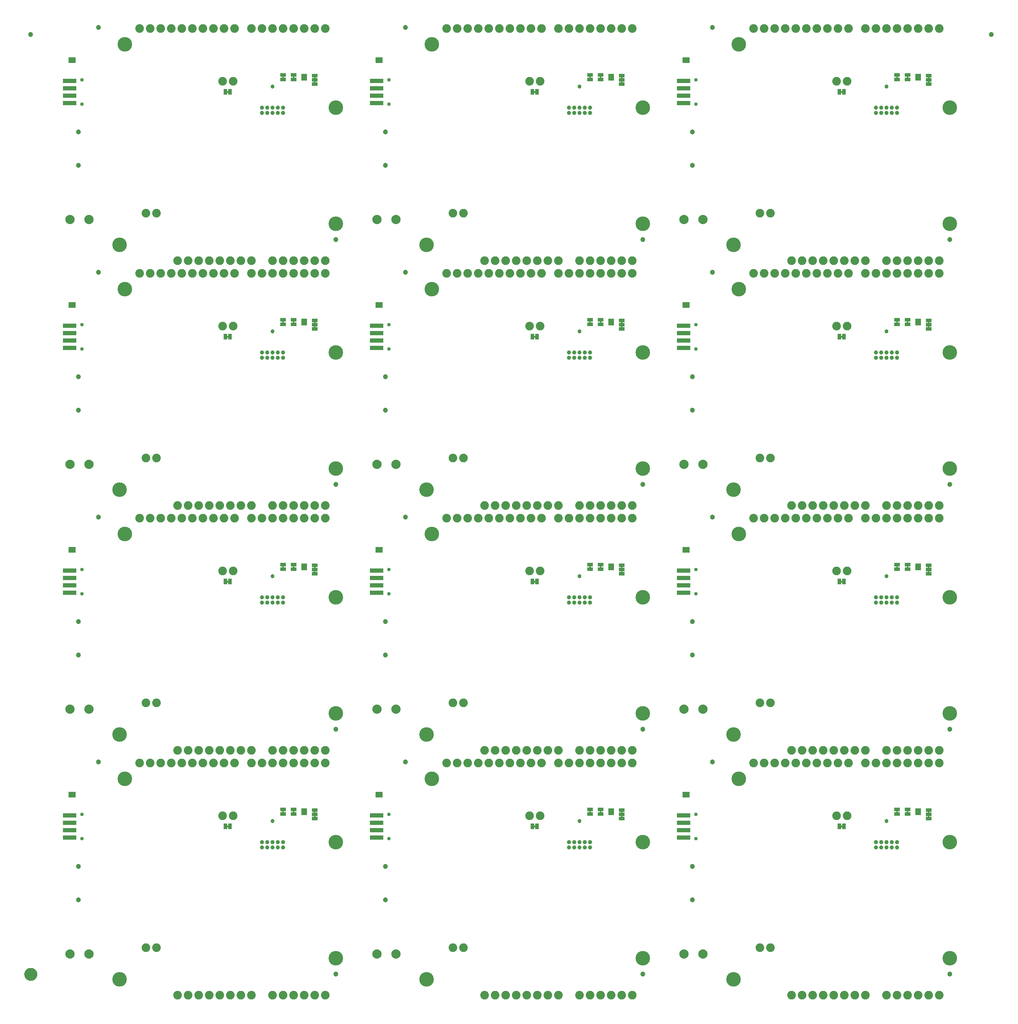
<source format=gbs>
G04 EAGLE Gerber RS-274X export*
G75*
%MOMM*%
%FSLAX34Y34*%
%LPD*%
%INSoldermask Bottom*%
%IPPOS*%
%AMOC8*
5,1,8,0,0,1.08239X$1,22.5*%
G01*
%ADD10C,3.505200*%
%ADD11C,0.853200*%
%ADD12R,3.203200X1.103200*%
%ADD13R,0.838200X1.473200*%
%ADD14C,2.082800*%
%ADD15C,0.990600*%
%ADD16C,1.203200*%
%ADD17R,1.473200X0.863600*%
%ADD18R,1.473200X0.838200*%
%ADD19C,2.235200*%
%ADD20R,0.863600X1.473200*%
%ADD21C,0.965200*%
%ADD22C,1.270000*%
%ADD23C,1.703200*%

G36*
X534735Y452132D02*
X534735Y452132D01*
X534801Y452134D01*
X534844Y452152D01*
X534891Y452160D01*
X534948Y452194D01*
X535008Y452219D01*
X535043Y452250D01*
X535084Y452275D01*
X535126Y452326D01*
X535174Y452370D01*
X535196Y452412D01*
X535225Y452449D01*
X535246Y452511D01*
X535277Y452570D01*
X535285Y452624D01*
X535297Y452661D01*
X535296Y452701D01*
X535304Y452755D01*
X535304Y456565D01*
X535293Y456630D01*
X535291Y456696D01*
X535273Y456739D01*
X535265Y456786D01*
X535231Y456843D01*
X535206Y456903D01*
X535175Y456938D01*
X535150Y456979D01*
X535099Y457021D01*
X535055Y457069D01*
X535013Y457091D01*
X534976Y457120D01*
X534914Y457141D01*
X534855Y457172D01*
X534801Y457180D01*
X534764Y457192D01*
X534724Y457191D01*
X534670Y457199D01*
X532130Y457199D01*
X532065Y457188D01*
X531999Y457186D01*
X531956Y457168D01*
X531909Y457160D01*
X531852Y457126D01*
X531792Y457101D01*
X531757Y457070D01*
X531716Y457045D01*
X531675Y456994D01*
X531626Y456950D01*
X531604Y456908D01*
X531575Y456871D01*
X531554Y456809D01*
X531523Y456750D01*
X531515Y456696D01*
X531503Y456659D01*
X531503Y456655D01*
X531503Y456654D01*
X531504Y456619D01*
X531496Y456565D01*
X531496Y452755D01*
X531507Y452690D01*
X531509Y452624D01*
X531527Y452581D01*
X531535Y452534D01*
X531569Y452477D01*
X531594Y452417D01*
X531625Y452382D01*
X531650Y452341D01*
X531701Y452300D01*
X531745Y452251D01*
X531787Y452229D01*
X531824Y452200D01*
X531886Y452179D01*
X531945Y452148D01*
X531999Y452140D01*
X532036Y452128D01*
X532076Y452129D01*
X532130Y452121D01*
X534670Y452121D01*
X534735Y452132D01*
G37*
G36*
X2038415Y452132D02*
X2038415Y452132D01*
X2038481Y452134D01*
X2038524Y452152D01*
X2038571Y452160D01*
X2038628Y452194D01*
X2038688Y452219D01*
X2038723Y452250D01*
X2038764Y452275D01*
X2038806Y452326D01*
X2038854Y452370D01*
X2038876Y452412D01*
X2038905Y452449D01*
X2038926Y452511D01*
X2038957Y452570D01*
X2038965Y452624D01*
X2038977Y452661D01*
X2038976Y452701D01*
X2038984Y452755D01*
X2038984Y456565D01*
X2038973Y456630D01*
X2038971Y456696D01*
X2038953Y456739D01*
X2038945Y456786D01*
X2038911Y456843D01*
X2038886Y456903D01*
X2038855Y456938D01*
X2038830Y456979D01*
X2038779Y457021D01*
X2038735Y457069D01*
X2038693Y457091D01*
X2038656Y457120D01*
X2038594Y457141D01*
X2038535Y457172D01*
X2038481Y457180D01*
X2038444Y457192D01*
X2038404Y457191D01*
X2038350Y457199D01*
X2035810Y457199D01*
X2035745Y457188D01*
X2035679Y457186D01*
X2035636Y457168D01*
X2035589Y457160D01*
X2035532Y457126D01*
X2035472Y457101D01*
X2035437Y457070D01*
X2035396Y457045D01*
X2035355Y456994D01*
X2035306Y456950D01*
X2035284Y456908D01*
X2035255Y456871D01*
X2035234Y456809D01*
X2035203Y456750D01*
X2035195Y456696D01*
X2035183Y456659D01*
X2035183Y456655D01*
X2035183Y456654D01*
X2035184Y456619D01*
X2035176Y456565D01*
X2035176Y452755D01*
X2035187Y452690D01*
X2035189Y452624D01*
X2035207Y452581D01*
X2035215Y452534D01*
X2035249Y452477D01*
X2035274Y452417D01*
X2035305Y452382D01*
X2035330Y452341D01*
X2035381Y452300D01*
X2035425Y452251D01*
X2035467Y452229D01*
X2035504Y452200D01*
X2035566Y452179D01*
X2035625Y452148D01*
X2035679Y452140D01*
X2035716Y452128D01*
X2035756Y452129D01*
X2035810Y452121D01*
X2038350Y452121D01*
X2038415Y452132D01*
G37*
G36*
X560135Y452132D02*
X560135Y452132D01*
X560201Y452134D01*
X560244Y452152D01*
X560291Y452160D01*
X560348Y452194D01*
X560408Y452219D01*
X560443Y452250D01*
X560484Y452275D01*
X560526Y452326D01*
X560574Y452370D01*
X560596Y452412D01*
X560625Y452449D01*
X560646Y452511D01*
X560677Y452570D01*
X560685Y452624D01*
X560697Y452661D01*
X560696Y452701D01*
X560704Y452755D01*
X560704Y456565D01*
X560693Y456630D01*
X560691Y456696D01*
X560673Y456739D01*
X560665Y456786D01*
X560631Y456843D01*
X560606Y456903D01*
X560575Y456938D01*
X560550Y456979D01*
X560499Y457021D01*
X560455Y457069D01*
X560413Y457091D01*
X560376Y457120D01*
X560314Y457141D01*
X560255Y457172D01*
X560201Y457180D01*
X560164Y457192D01*
X560124Y457191D01*
X560070Y457199D01*
X557530Y457199D01*
X557465Y457188D01*
X557399Y457186D01*
X557356Y457168D01*
X557309Y457160D01*
X557252Y457126D01*
X557192Y457101D01*
X557157Y457070D01*
X557116Y457045D01*
X557075Y456994D01*
X557026Y456950D01*
X557004Y456908D01*
X556975Y456871D01*
X556954Y456809D01*
X556923Y456750D01*
X556915Y456696D01*
X556903Y456659D01*
X556903Y456655D01*
X556903Y456654D01*
X556904Y456619D01*
X556896Y456565D01*
X556896Y452755D01*
X556907Y452690D01*
X556909Y452624D01*
X556927Y452581D01*
X556935Y452534D01*
X556969Y452477D01*
X556994Y452417D01*
X557025Y452382D01*
X557050Y452341D01*
X557101Y452300D01*
X557145Y452251D01*
X557187Y452229D01*
X557224Y452200D01*
X557286Y452179D01*
X557345Y452148D01*
X557399Y452140D01*
X557436Y452128D01*
X557476Y452129D01*
X557530Y452121D01*
X560070Y452121D01*
X560135Y452132D01*
G37*
G36*
X2013015Y452132D02*
X2013015Y452132D01*
X2013081Y452134D01*
X2013124Y452152D01*
X2013171Y452160D01*
X2013228Y452194D01*
X2013288Y452219D01*
X2013323Y452250D01*
X2013364Y452275D01*
X2013406Y452326D01*
X2013454Y452370D01*
X2013476Y452412D01*
X2013505Y452449D01*
X2013526Y452511D01*
X2013557Y452570D01*
X2013565Y452624D01*
X2013577Y452661D01*
X2013576Y452701D01*
X2013584Y452755D01*
X2013584Y456565D01*
X2013573Y456630D01*
X2013571Y456696D01*
X2013553Y456739D01*
X2013545Y456786D01*
X2013511Y456843D01*
X2013486Y456903D01*
X2013455Y456938D01*
X2013430Y456979D01*
X2013379Y457021D01*
X2013335Y457069D01*
X2013293Y457091D01*
X2013256Y457120D01*
X2013194Y457141D01*
X2013135Y457172D01*
X2013081Y457180D01*
X2013044Y457192D01*
X2013004Y457191D01*
X2012950Y457199D01*
X2010410Y457199D01*
X2010345Y457188D01*
X2010279Y457186D01*
X2010236Y457168D01*
X2010189Y457160D01*
X2010132Y457126D01*
X2010072Y457101D01*
X2010037Y457070D01*
X2009996Y457045D01*
X2009955Y456994D01*
X2009906Y456950D01*
X2009884Y456908D01*
X2009855Y456871D01*
X2009834Y456809D01*
X2009803Y456750D01*
X2009795Y456696D01*
X2009783Y456659D01*
X2009783Y456655D01*
X2009783Y456654D01*
X2009784Y456619D01*
X2009776Y456565D01*
X2009776Y452755D01*
X2009787Y452690D01*
X2009789Y452624D01*
X2009807Y452581D01*
X2009815Y452534D01*
X2009849Y452477D01*
X2009874Y452417D01*
X2009905Y452382D01*
X2009930Y452341D01*
X2009981Y452300D01*
X2010025Y452251D01*
X2010067Y452229D01*
X2010104Y452200D01*
X2010166Y452179D01*
X2010225Y452148D01*
X2010279Y452140D01*
X2010316Y452128D01*
X2010356Y452129D01*
X2010410Y452121D01*
X2012950Y452121D01*
X2013015Y452132D01*
G37*
G36*
X1273875Y452132D02*
X1273875Y452132D01*
X1273941Y452134D01*
X1273984Y452152D01*
X1274031Y452160D01*
X1274088Y452194D01*
X1274148Y452219D01*
X1274183Y452250D01*
X1274224Y452275D01*
X1274266Y452326D01*
X1274314Y452370D01*
X1274336Y452412D01*
X1274365Y452449D01*
X1274386Y452511D01*
X1274417Y452570D01*
X1274425Y452624D01*
X1274437Y452661D01*
X1274436Y452701D01*
X1274444Y452755D01*
X1274444Y456565D01*
X1274433Y456630D01*
X1274431Y456696D01*
X1274413Y456739D01*
X1274405Y456786D01*
X1274371Y456843D01*
X1274346Y456903D01*
X1274315Y456938D01*
X1274290Y456979D01*
X1274239Y457021D01*
X1274195Y457069D01*
X1274153Y457091D01*
X1274116Y457120D01*
X1274054Y457141D01*
X1273995Y457172D01*
X1273941Y457180D01*
X1273904Y457192D01*
X1273864Y457191D01*
X1273810Y457199D01*
X1271270Y457199D01*
X1271205Y457188D01*
X1271139Y457186D01*
X1271096Y457168D01*
X1271049Y457160D01*
X1270992Y457126D01*
X1270932Y457101D01*
X1270897Y457070D01*
X1270856Y457045D01*
X1270815Y456994D01*
X1270766Y456950D01*
X1270744Y456908D01*
X1270715Y456871D01*
X1270694Y456809D01*
X1270663Y456750D01*
X1270655Y456696D01*
X1270643Y456659D01*
X1270643Y456655D01*
X1270643Y456654D01*
X1270644Y456619D01*
X1270636Y456565D01*
X1270636Y452755D01*
X1270647Y452690D01*
X1270649Y452624D01*
X1270667Y452581D01*
X1270675Y452534D01*
X1270709Y452477D01*
X1270734Y452417D01*
X1270765Y452382D01*
X1270790Y452341D01*
X1270841Y452300D01*
X1270885Y452251D01*
X1270927Y452229D01*
X1270964Y452200D01*
X1271026Y452179D01*
X1271085Y452148D01*
X1271139Y452140D01*
X1271176Y452128D01*
X1271216Y452129D01*
X1271270Y452121D01*
X1273810Y452121D01*
X1273875Y452132D01*
G37*
G36*
X1299275Y452132D02*
X1299275Y452132D01*
X1299341Y452134D01*
X1299384Y452152D01*
X1299431Y452160D01*
X1299488Y452194D01*
X1299548Y452219D01*
X1299583Y452250D01*
X1299624Y452275D01*
X1299666Y452326D01*
X1299714Y452370D01*
X1299736Y452412D01*
X1299765Y452449D01*
X1299786Y452511D01*
X1299817Y452570D01*
X1299825Y452624D01*
X1299837Y452661D01*
X1299836Y452701D01*
X1299844Y452755D01*
X1299844Y456565D01*
X1299833Y456630D01*
X1299831Y456696D01*
X1299813Y456739D01*
X1299805Y456786D01*
X1299771Y456843D01*
X1299746Y456903D01*
X1299715Y456938D01*
X1299690Y456979D01*
X1299639Y457021D01*
X1299595Y457069D01*
X1299553Y457091D01*
X1299516Y457120D01*
X1299454Y457141D01*
X1299395Y457172D01*
X1299341Y457180D01*
X1299304Y457192D01*
X1299264Y457191D01*
X1299210Y457199D01*
X1296670Y457199D01*
X1296605Y457188D01*
X1296539Y457186D01*
X1296496Y457168D01*
X1296449Y457160D01*
X1296392Y457126D01*
X1296332Y457101D01*
X1296297Y457070D01*
X1296256Y457045D01*
X1296215Y456994D01*
X1296166Y456950D01*
X1296144Y456908D01*
X1296115Y456871D01*
X1296094Y456809D01*
X1296063Y456750D01*
X1296055Y456696D01*
X1296043Y456659D01*
X1296043Y456655D01*
X1296043Y456654D01*
X1296044Y456619D01*
X1296036Y456565D01*
X1296036Y452755D01*
X1296047Y452690D01*
X1296049Y452624D01*
X1296067Y452581D01*
X1296075Y452534D01*
X1296109Y452477D01*
X1296134Y452417D01*
X1296165Y452382D01*
X1296190Y452341D01*
X1296241Y452300D01*
X1296285Y452251D01*
X1296327Y452229D01*
X1296364Y452200D01*
X1296426Y452179D01*
X1296485Y452148D01*
X1296539Y452140D01*
X1296576Y452128D01*
X1296616Y452129D01*
X1296670Y452121D01*
X1299210Y452121D01*
X1299275Y452132D01*
G37*
G36*
X2013015Y2219972D02*
X2013015Y2219972D01*
X2013081Y2219974D01*
X2013124Y2219992D01*
X2013171Y2220000D01*
X2013228Y2220034D01*
X2013288Y2220059D01*
X2013323Y2220090D01*
X2013364Y2220115D01*
X2013406Y2220166D01*
X2013454Y2220210D01*
X2013476Y2220252D01*
X2013505Y2220289D01*
X2013526Y2220351D01*
X2013557Y2220410D01*
X2013565Y2220464D01*
X2013577Y2220501D01*
X2013576Y2220541D01*
X2013584Y2220595D01*
X2013584Y2224405D01*
X2013573Y2224470D01*
X2013571Y2224536D01*
X2013553Y2224579D01*
X2013545Y2224626D01*
X2013511Y2224683D01*
X2013486Y2224743D01*
X2013455Y2224778D01*
X2013430Y2224819D01*
X2013379Y2224861D01*
X2013335Y2224909D01*
X2013293Y2224931D01*
X2013256Y2224960D01*
X2013194Y2224981D01*
X2013135Y2225012D01*
X2013081Y2225020D01*
X2013044Y2225032D01*
X2013004Y2225031D01*
X2012950Y2225039D01*
X2010410Y2225039D01*
X2010345Y2225028D01*
X2010279Y2225026D01*
X2010236Y2225008D01*
X2010189Y2225000D01*
X2010132Y2224966D01*
X2010072Y2224941D01*
X2010037Y2224910D01*
X2009996Y2224885D01*
X2009955Y2224834D01*
X2009906Y2224790D01*
X2009884Y2224748D01*
X2009855Y2224711D01*
X2009834Y2224649D01*
X2009803Y2224590D01*
X2009795Y2224536D01*
X2009783Y2224499D01*
X2009783Y2224495D01*
X2009783Y2224494D01*
X2009784Y2224459D01*
X2009776Y2224405D01*
X2009776Y2220595D01*
X2009787Y2220530D01*
X2009789Y2220464D01*
X2009807Y2220421D01*
X2009815Y2220374D01*
X2009849Y2220317D01*
X2009874Y2220257D01*
X2009905Y2220222D01*
X2009930Y2220181D01*
X2009981Y2220140D01*
X2010025Y2220091D01*
X2010067Y2220069D01*
X2010104Y2220040D01*
X2010166Y2220019D01*
X2010225Y2219988D01*
X2010279Y2219980D01*
X2010316Y2219968D01*
X2010356Y2219969D01*
X2010410Y2219961D01*
X2012950Y2219961D01*
X2013015Y2219972D01*
G37*
G36*
X1273875Y2219972D02*
X1273875Y2219972D01*
X1273941Y2219974D01*
X1273984Y2219992D01*
X1274031Y2220000D01*
X1274088Y2220034D01*
X1274148Y2220059D01*
X1274183Y2220090D01*
X1274224Y2220115D01*
X1274266Y2220166D01*
X1274314Y2220210D01*
X1274336Y2220252D01*
X1274365Y2220289D01*
X1274386Y2220351D01*
X1274417Y2220410D01*
X1274425Y2220464D01*
X1274437Y2220501D01*
X1274436Y2220541D01*
X1274444Y2220595D01*
X1274444Y2224405D01*
X1274433Y2224470D01*
X1274431Y2224536D01*
X1274413Y2224579D01*
X1274405Y2224626D01*
X1274371Y2224683D01*
X1274346Y2224743D01*
X1274315Y2224778D01*
X1274290Y2224819D01*
X1274239Y2224861D01*
X1274195Y2224909D01*
X1274153Y2224931D01*
X1274116Y2224960D01*
X1274054Y2224981D01*
X1273995Y2225012D01*
X1273941Y2225020D01*
X1273904Y2225032D01*
X1273864Y2225031D01*
X1273810Y2225039D01*
X1271270Y2225039D01*
X1271205Y2225028D01*
X1271139Y2225026D01*
X1271096Y2225008D01*
X1271049Y2225000D01*
X1270992Y2224966D01*
X1270932Y2224941D01*
X1270897Y2224910D01*
X1270856Y2224885D01*
X1270815Y2224834D01*
X1270766Y2224790D01*
X1270744Y2224748D01*
X1270715Y2224711D01*
X1270694Y2224649D01*
X1270663Y2224590D01*
X1270655Y2224536D01*
X1270643Y2224499D01*
X1270643Y2224495D01*
X1270643Y2224494D01*
X1270644Y2224459D01*
X1270636Y2224405D01*
X1270636Y2220595D01*
X1270647Y2220530D01*
X1270649Y2220464D01*
X1270667Y2220421D01*
X1270675Y2220374D01*
X1270709Y2220317D01*
X1270734Y2220257D01*
X1270765Y2220222D01*
X1270790Y2220181D01*
X1270841Y2220140D01*
X1270885Y2220091D01*
X1270927Y2220069D01*
X1270964Y2220040D01*
X1271026Y2220019D01*
X1271085Y2219988D01*
X1271139Y2219980D01*
X1271176Y2219968D01*
X1271216Y2219969D01*
X1271270Y2219961D01*
X1273810Y2219961D01*
X1273875Y2219972D01*
G37*
G36*
X560135Y2219972D02*
X560135Y2219972D01*
X560201Y2219974D01*
X560244Y2219992D01*
X560291Y2220000D01*
X560348Y2220034D01*
X560408Y2220059D01*
X560443Y2220090D01*
X560484Y2220115D01*
X560526Y2220166D01*
X560574Y2220210D01*
X560596Y2220252D01*
X560625Y2220289D01*
X560646Y2220351D01*
X560677Y2220410D01*
X560685Y2220464D01*
X560697Y2220501D01*
X560696Y2220541D01*
X560704Y2220595D01*
X560704Y2224405D01*
X560693Y2224470D01*
X560691Y2224536D01*
X560673Y2224579D01*
X560665Y2224626D01*
X560631Y2224683D01*
X560606Y2224743D01*
X560575Y2224778D01*
X560550Y2224819D01*
X560499Y2224861D01*
X560455Y2224909D01*
X560413Y2224931D01*
X560376Y2224960D01*
X560314Y2224981D01*
X560255Y2225012D01*
X560201Y2225020D01*
X560164Y2225032D01*
X560124Y2225031D01*
X560070Y2225039D01*
X557530Y2225039D01*
X557465Y2225028D01*
X557399Y2225026D01*
X557356Y2225008D01*
X557309Y2225000D01*
X557252Y2224966D01*
X557192Y2224941D01*
X557157Y2224910D01*
X557116Y2224885D01*
X557075Y2224834D01*
X557026Y2224790D01*
X557004Y2224748D01*
X556975Y2224711D01*
X556954Y2224649D01*
X556923Y2224590D01*
X556915Y2224536D01*
X556903Y2224499D01*
X556903Y2224495D01*
X556903Y2224494D01*
X556904Y2224459D01*
X556896Y2224405D01*
X556896Y2220595D01*
X556907Y2220530D01*
X556909Y2220464D01*
X556927Y2220421D01*
X556935Y2220374D01*
X556969Y2220317D01*
X556994Y2220257D01*
X557025Y2220222D01*
X557050Y2220181D01*
X557101Y2220140D01*
X557145Y2220091D01*
X557187Y2220069D01*
X557224Y2220040D01*
X557286Y2220019D01*
X557345Y2219988D01*
X557399Y2219980D01*
X557436Y2219968D01*
X557476Y2219969D01*
X557530Y2219961D01*
X560070Y2219961D01*
X560135Y2219972D01*
G37*
G36*
X534735Y2219972D02*
X534735Y2219972D01*
X534801Y2219974D01*
X534844Y2219992D01*
X534891Y2220000D01*
X534948Y2220034D01*
X535008Y2220059D01*
X535043Y2220090D01*
X535084Y2220115D01*
X535126Y2220166D01*
X535174Y2220210D01*
X535196Y2220252D01*
X535225Y2220289D01*
X535246Y2220351D01*
X535277Y2220410D01*
X535285Y2220464D01*
X535297Y2220501D01*
X535296Y2220541D01*
X535304Y2220595D01*
X535304Y2224405D01*
X535293Y2224470D01*
X535291Y2224536D01*
X535273Y2224579D01*
X535265Y2224626D01*
X535231Y2224683D01*
X535206Y2224743D01*
X535175Y2224778D01*
X535150Y2224819D01*
X535099Y2224861D01*
X535055Y2224909D01*
X535013Y2224931D01*
X534976Y2224960D01*
X534914Y2224981D01*
X534855Y2225012D01*
X534801Y2225020D01*
X534764Y2225032D01*
X534724Y2225031D01*
X534670Y2225039D01*
X532130Y2225039D01*
X532065Y2225028D01*
X531999Y2225026D01*
X531956Y2225008D01*
X531909Y2225000D01*
X531852Y2224966D01*
X531792Y2224941D01*
X531757Y2224910D01*
X531716Y2224885D01*
X531675Y2224834D01*
X531626Y2224790D01*
X531604Y2224748D01*
X531575Y2224711D01*
X531554Y2224649D01*
X531523Y2224590D01*
X531515Y2224536D01*
X531503Y2224499D01*
X531503Y2224495D01*
X531503Y2224494D01*
X531504Y2224459D01*
X531496Y2224405D01*
X531496Y2220595D01*
X531507Y2220530D01*
X531509Y2220464D01*
X531527Y2220421D01*
X531535Y2220374D01*
X531569Y2220317D01*
X531594Y2220257D01*
X531625Y2220222D01*
X531650Y2220181D01*
X531701Y2220140D01*
X531745Y2220091D01*
X531787Y2220069D01*
X531824Y2220040D01*
X531886Y2220019D01*
X531945Y2219988D01*
X531999Y2219980D01*
X532036Y2219968D01*
X532076Y2219969D01*
X532130Y2219961D01*
X534670Y2219961D01*
X534735Y2219972D01*
G37*
G36*
X2038415Y2219972D02*
X2038415Y2219972D01*
X2038481Y2219974D01*
X2038524Y2219992D01*
X2038571Y2220000D01*
X2038628Y2220034D01*
X2038688Y2220059D01*
X2038723Y2220090D01*
X2038764Y2220115D01*
X2038806Y2220166D01*
X2038854Y2220210D01*
X2038876Y2220252D01*
X2038905Y2220289D01*
X2038926Y2220351D01*
X2038957Y2220410D01*
X2038965Y2220464D01*
X2038977Y2220501D01*
X2038976Y2220541D01*
X2038984Y2220595D01*
X2038984Y2224405D01*
X2038973Y2224470D01*
X2038971Y2224536D01*
X2038953Y2224579D01*
X2038945Y2224626D01*
X2038911Y2224683D01*
X2038886Y2224743D01*
X2038855Y2224778D01*
X2038830Y2224819D01*
X2038779Y2224861D01*
X2038735Y2224909D01*
X2038693Y2224931D01*
X2038656Y2224960D01*
X2038594Y2224981D01*
X2038535Y2225012D01*
X2038481Y2225020D01*
X2038444Y2225032D01*
X2038404Y2225031D01*
X2038350Y2225039D01*
X2035810Y2225039D01*
X2035745Y2225028D01*
X2035679Y2225026D01*
X2035636Y2225008D01*
X2035589Y2225000D01*
X2035532Y2224966D01*
X2035472Y2224941D01*
X2035437Y2224910D01*
X2035396Y2224885D01*
X2035355Y2224834D01*
X2035306Y2224790D01*
X2035284Y2224748D01*
X2035255Y2224711D01*
X2035234Y2224649D01*
X2035203Y2224590D01*
X2035195Y2224536D01*
X2035183Y2224499D01*
X2035183Y2224495D01*
X2035183Y2224494D01*
X2035184Y2224459D01*
X2035176Y2224405D01*
X2035176Y2220595D01*
X2035187Y2220530D01*
X2035189Y2220464D01*
X2035207Y2220421D01*
X2035215Y2220374D01*
X2035249Y2220317D01*
X2035274Y2220257D01*
X2035305Y2220222D01*
X2035330Y2220181D01*
X2035381Y2220140D01*
X2035425Y2220091D01*
X2035467Y2220069D01*
X2035504Y2220040D01*
X2035566Y2220019D01*
X2035625Y2219988D01*
X2035679Y2219980D01*
X2035716Y2219968D01*
X2035756Y2219969D01*
X2035810Y2219961D01*
X2038350Y2219961D01*
X2038415Y2219972D01*
G37*
G36*
X1299275Y2219972D02*
X1299275Y2219972D01*
X1299341Y2219974D01*
X1299384Y2219992D01*
X1299431Y2220000D01*
X1299488Y2220034D01*
X1299548Y2220059D01*
X1299583Y2220090D01*
X1299624Y2220115D01*
X1299666Y2220166D01*
X1299714Y2220210D01*
X1299736Y2220252D01*
X1299765Y2220289D01*
X1299786Y2220351D01*
X1299817Y2220410D01*
X1299825Y2220464D01*
X1299837Y2220501D01*
X1299836Y2220541D01*
X1299844Y2220595D01*
X1299844Y2224405D01*
X1299833Y2224470D01*
X1299831Y2224536D01*
X1299813Y2224579D01*
X1299805Y2224626D01*
X1299771Y2224683D01*
X1299746Y2224743D01*
X1299715Y2224778D01*
X1299690Y2224819D01*
X1299639Y2224861D01*
X1299595Y2224909D01*
X1299553Y2224931D01*
X1299516Y2224960D01*
X1299454Y2224981D01*
X1299395Y2225012D01*
X1299341Y2225020D01*
X1299304Y2225032D01*
X1299264Y2225031D01*
X1299210Y2225039D01*
X1296670Y2225039D01*
X1296605Y2225028D01*
X1296539Y2225026D01*
X1296496Y2225008D01*
X1296449Y2225000D01*
X1296392Y2224966D01*
X1296332Y2224941D01*
X1296297Y2224910D01*
X1296256Y2224885D01*
X1296215Y2224834D01*
X1296166Y2224790D01*
X1296144Y2224748D01*
X1296115Y2224711D01*
X1296094Y2224649D01*
X1296063Y2224590D01*
X1296055Y2224536D01*
X1296043Y2224499D01*
X1296043Y2224495D01*
X1296043Y2224494D01*
X1296044Y2224459D01*
X1296036Y2224405D01*
X1296036Y2220595D01*
X1296047Y2220530D01*
X1296049Y2220464D01*
X1296067Y2220421D01*
X1296075Y2220374D01*
X1296109Y2220317D01*
X1296134Y2220257D01*
X1296165Y2220222D01*
X1296190Y2220181D01*
X1296241Y2220140D01*
X1296285Y2220091D01*
X1296327Y2220069D01*
X1296364Y2220040D01*
X1296426Y2220019D01*
X1296485Y2219988D01*
X1296539Y2219980D01*
X1296576Y2219968D01*
X1296616Y2219969D01*
X1296670Y2219961D01*
X1299210Y2219961D01*
X1299275Y2219972D01*
G37*
G36*
X2089215Y2218702D02*
X2089215Y2218702D01*
X2089281Y2218704D01*
X2089324Y2218722D01*
X2089371Y2218730D01*
X2089428Y2218764D01*
X2089488Y2218789D01*
X2089523Y2218820D01*
X2089564Y2218845D01*
X2089606Y2218896D01*
X2089654Y2218940D01*
X2089676Y2218982D01*
X2089705Y2219019D01*
X2089726Y2219081D01*
X2089757Y2219140D01*
X2089765Y2219194D01*
X2089777Y2219231D01*
X2089776Y2219271D01*
X2089784Y2219325D01*
X2089784Y2223135D01*
X2089773Y2223200D01*
X2089771Y2223266D01*
X2089753Y2223309D01*
X2089745Y2223356D01*
X2089711Y2223413D01*
X2089686Y2223473D01*
X2089655Y2223508D01*
X2089630Y2223549D01*
X2089579Y2223591D01*
X2089535Y2223639D01*
X2089493Y2223661D01*
X2089456Y2223690D01*
X2089394Y2223711D01*
X2089335Y2223742D01*
X2089281Y2223750D01*
X2089244Y2223762D01*
X2089204Y2223761D01*
X2089150Y2223769D01*
X2086610Y2223769D01*
X2086545Y2223758D01*
X2086479Y2223756D01*
X2086436Y2223738D01*
X2086389Y2223730D01*
X2086332Y2223696D01*
X2086272Y2223671D01*
X2086237Y2223640D01*
X2086196Y2223615D01*
X2086155Y2223564D01*
X2086106Y2223520D01*
X2086084Y2223478D01*
X2086055Y2223441D01*
X2086034Y2223379D01*
X2086003Y2223320D01*
X2085995Y2223266D01*
X2085983Y2223229D01*
X2085983Y2223225D01*
X2085983Y2223224D01*
X2085984Y2223189D01*
X2085976Y2223135D01*
X2085976Y2219325D01*
X2085987Y2219260D01*
X2085989Y2219194D01*
X2086007Y2219151D01*
X2086015Y2219104D01*
X2086049Y2219047D01*
X2086074Y2218987D01*
X2086105Y2218952D01*
X2086130Y2218911D01*
X2086181Y2218870D01*
X2086225Y2218821D01*
X2086267Y2218799D01*
X2086304Y2218770D01*
X2086366Y2218749D01*
X2086425Y2218718D01*
X2086479Y2218710D01*
X2086516Y2218698D01*
X2086556Y2218699D01*
X2086610Y2218691D01*
X2089150Y2218691D01*
X2089215Y2218702D01*
G37*
G36*
X1350075Y2218702D02*
X1350075Y2218702D01*
X1350141Y2218704D01*
X1350184Y2218722D01*
X1350231Y2218730D01*
X1350288Y2218764D01*
X1350348Y2218789D01*
X1350383Y2218820D01*
X1350424Y2218845D01*
X1350466Y2218896D01*
X1350514Y2218940D01*
X1350536Y2218982D01*
X1350565Y2219019D01*
X1350586Y2219081D01*
X1350617Y2219140D01*
X1350625Y2219194D01*
X1350637Y2219231D01*
X1350636Y2219271D01*
X1350644Y2219325D01*
X1350644Y2223135D01*
X1350633Y2223200D01*
X1350631Y2223266D01*
X1350613Y2223309D01*
X1350605Y2223356D01*
X1350571Y2223413D01*
X1350546Y2223473D01*
X1350515Y2223508D01*
X1350490Y2223549D01*
X1350439Y2223591D01*
X1350395Y2223639D01*
X1350353Y2223661D01*
X1350316Y2223690D01*
X1350254Y2223711D01*
X1350195Y2223742D01*
X1350141Y2223750D01*
X1350104Y2223762D01*
X1350064Y2223761D01*
X1350010Y2223769D01*
X1347470Y2223769D01*
X1347405Y2223758D01*
X1347339Y2223756D01*
X1347296Y2223738D01*
X1347249Y2223730D01*
X1347192Y2223696D01*
X1347132Y2223671D01*
X1347097Y2223640D01*
X1347056Y2223615D01*
X1347015Y2223564D01*
X1346966Y2223520D01*
X1346944Y2223478D01*
X1346915Y2223441D01*
X1346894Y2223379D01*
X1346863Y2223320D01*
X1346855Y2223266D01*
X1346843Y2223229D01*
X1346843Y2223225D01*
X1346843Y2223224D01*
X1346844Y2223189D01*
X1346836Y2223135D01*
X1346836Y2219325D01*
X1346847Y2219260D01*
X1346849Y2219194D01*
X1346867Y2219151D01*
X1346875Y2219104D01*
X1346909Y2219047D01*
X1346934Y2218987D01*
X1346965Y2218952D01*
X1346990Y2218911D01*
X1347041Y2218870D01*
X1347085Y2218821D01*
X1347127Y2218799D01*
X1347164Y2218770D01*
X1347226Y2218749D01*
X1347285Y2218718D01*
X1347339Y2218710D01*
X1347376Y2218698D01*
X1347416Y2218699D01*
X1347470Y2218691D01*
X1350010Y2218691D01*
X1350075Y2218702D01*
G37*
G36*
X610935Y2218702D02*
X610935Y2218702D01*
X611001Y2218704D01*
X611044Y2218722D01*
X611091Y2218730D01*
X611148Y2218764D01*
X611208Y2218789D01*
X611243Y2218820D01*
X611284Y2218845D01*
X611326Y2218896D01*
X611374Y2218940D01*
X611396Y2218982D01*
X611425Y2219019D01*
X611446Y2219081D01*
X611477Y2219140D01*
X611485Y2219194D01*
X611497Y2219231D01*
X611496Y2219271D01*
X611504Y2219325D01*
X611504Y2223135D01*
X611493Y2223200D01*
X611491Y2223266D01*
X611473Y2223309D01*
X611465Y2223356D01*
X611431Y2223413D01*
X611406Y2223473D01*
X611375Y2223508D01*
X611350Y2223549D01*
X611299Y2223591D01*
X611255Y2223639D01*
X611213Y2223661D01*
X611176Y2223690D01*
X611114Y2223711D01*
X611055Y2223742D01*
X611001Y2223750D01*
X610964Y2223762D01*
X610924Y2223761D01*
X610870Y2223769D01*
X608330Y2223769D01*
X608265Y2223758D01*
X608199Y2223756D01*
X608156Y2223738D01*
X608109Y2223730D01*
X608052Y2223696D01*
X607992Y2223671D01*
X607957Y2223640D01*
X607916Y2223615D01*
X607875Y2223564D01*
X607826Y2223520D01*
X607804Y2223478D01*
X607775Y2223441D01*
X607754Y2223379D01*
X607723Y2223320D01*
X607715Y2223266D01*
X607703Y2223229D01*
X607703Y2223225D01*
X607703Y2223224D01*
X607704Y2223189D01*
X607696Y2223135D01*
X607696Y2219325D01*
X607707Y2219260D01*
X607709Y2219194D01*
X607727Y2219151D01*
X607735Y2219104D01*
X607769Y2219047D01*
X607794Y2218987D01*
X607825Y2218952D01*
X607850Y2218911D01*
X607901Y2218870D01*
X607945Y2218821D01*
X607987Y2218799D01*
X608024Y2218770D01*
X608086Y2218749D01*
X608145Y2218718D01*
X608199Y2218710D01*
X608236Y2218698D01*
X608276Y2218699D01*
X608330Y2218691D01*
X610870Y2218691D01*
X610935Y2218702D01*
G37*
G36*
X1350075Y2208542D02*
X1350075Y2208542D01*
X1350141Y2208544D01*
X1350184Y2208562D01*
X1350231Y2208570D01*
X1350288Y2208604D01*
X1350348Y2208629D01*
X1350383Y2208660D01*
X1350424Y2208685D01*
X1350466Y2208736D01*
X1350514Y2208780D01*
X1350536Y2208822D01*
X1350565Y2208859D01*
X1350586Y2208921D01*
X1350617Y2208980D01*
X1350625Y2209034D01*
X1350637Y2209071D01*
X1350636Y2209111D01*
X1350644Y2209165D01*
X1350644Y2212975D01*
X1350633Y2213040D01*
X1350631Y2213106D01*
X1350613Y2213149D01*
X1350605Y2213196D01*
X1350571Y2213253D01*
X1350546Y2213313D01*
X1350515Y2213348D01*
X1350490Y2213389D01*
X1350439Y2213431D01*
X1350395Y2213479D01*
X1350353Y2213501D01*
X1350316Y2213530D01*
X1350254Y2213551D01*
X1350195Y2213582D01*
X1350141Y2213590D01*
X1350104Y2213602D01*
X1350064Y2213601D01*
X1350010Y2213609D01*
X1347470Y2213609D01*
X1347405Y2213598D01*
X1347339Y2213596D01*
X1347296Y2213578D01*
X1347249Y2213570D01*
X1347192Y2213536D01*
X1347132Y2213511D01*
X1347097Y2213480D01*
X1347056Y2213455D01*
X1347015Y2213404D01*
X1346966Y2213360D01*
X1346944Y2213318D01*
X1346915Y2213281D01*
X1346894Y2213219D01*
X1346863Y2213160D01*
X1346855Y2213106D01*
X1346843Y2213069D01*
X1346843Y2213065D01*
X1346843Y2213064D01*
X1346844Y2213029D01*
X1346836Y2212975D01*
X1346836Y2209165D01*
X1346847Y2209100D01*
X1346849Y2209034D01*
X1346867Y2208991D01*
X1346875Y2208944D01*
X1346909Y2208887D01*
X1346934Y2208827D01*
X1346965Y2208792D01*
X1346990Y2208751D01*
X1347041Y2208710D01*
X1347085Y2208661D01*
X1347127Y2208639D01*
X1347164Y2208610D01*
X1347226Y2208589D01*
X1347285Y2208558D01*
X1347339Y2208550D01*
X1347376Y2208538D01*
X1347416Y2208539D01*
X1347470Y2208531D01*
X1350010Y2208531D01*
X1350075Y2208542D01*
G37*
G36*
X2089215Y2208542D02*
X2089215Y2208542D01*
X2089281Y2208544D01*
X2089324Y2208562D01*
X2089371Y2208570D01*
X2089428Y2208604D01*
X2089488Y2208629D01*
X2089523Y2208660D01*
X2089564Y2208685D01*
X2089606Y2208736D01*
X2089654Y2208780D01*
X2089676Y2208822D01*
X2089705Y2208859D01*
X2089726Y2208921D01*
X2089757Y2208980D01*
X2089765Y2209034D01*
X2089777Y2209071D01*
X2089776Y2209111D01*
X2089784Y2209165D01*
X2089784Y2212975D01*
X2089773Y2213040D01*
X2089771Y2213106D01*
X2089753Y2213149D01*
X2089745Y2213196D01*
X2089711Y2213253D01*
X2089686Y2213313D01*
X2089655Y2213348D01*
X2089630Y2213389D01*
X2089579Y2213431D01*
X2089535Y2213479D01*
X2089493Y2213501D01*
X2089456Y2213530D01*
X2089394Y2213551D01*
X2089335Y2213582D01*
X2089281Y2213590D01*
X2089244Y2213602D01*
X2089204Y2213601D01*
X2089150Y2213609D01*
X2086610Y2213609D01*
X2086545Y2213598D01*
X2086479Y2213596D01*
X2086436Y2213578D01*
X2086389Y2213570D01*
X2086332Y2213536D01*
X2086272Y2213511D01*
X2086237Y2213480D01*
X2086196Y2213455D01*
X2086155Y2213404D01*
X2086106Y2213360D01*
X2086084Y2213318D01*
X2086055Y2213281D01*
X2086034Y2213219D01*
X2086003Y2213160D01*
X2085995Y2213106D01*
X2085983Y2213069D01*
X2085983Y2213065D01*
X2085983Y2213064D01*
X2085984Y2213029D01*
X2085976Y2212975D01*
X2085976Y2209165D01*
X2085987Y2209100D01*
X2085989Y2209034D01*
X2086007Y2208991D01*
X2086015Y2208944D01*
X2086049Y2208887D01*
X2086074Y2208827D01*
X2086105Y2208792D01*
X2086130Y2208751D01*
X2086181Y2208710D01*
X2086225Y2208661D01*
X2086267Y2208639D01*
X2086304Y2208610D01*
X2086366Y2208589D01*
X2086425Y2208558D01*
X2086479Y2208550D01*
X2086516Y2208538D01*
X2086556Y2208539D01*
X2086610Y2208531D01*
X2089150Y2208531D01*
X2089215Y2208542D01*
G37*
G36*
X610935Y2208542D02*
X610935Y2208542D01*
X611001Y2208544D01*
X611044Y2208562D01*
X611091Y2208570D01*
X611148Y2208604D01*
X611208Y2208629D01*
X611243Y2208660D01*
X611284Y2208685D01*
X611326Y2208736D01*
X611374Y2208780D01*
X611396Y2208822D01*
X611425Y2208859D01*
X611446Y2208921D01*
X611477Y2208980D01*
X611485Y2209034D01*
X611497Y2209071D01*
X611496Y2209111D01*
X611504Y2209165D01*
X611504Y2212975D01*
X611493Y2213040D01*
X611491Y2213106D01*
X611473Y2213149D01*
X611465Y2213196D01*
X611431Y2213253D01*
X611406Y2213313D01*
X611375Y2213348D01*
X611350Y2213389D01*
X611299Y2213431D01*
X611255Y2213479D01*
X611213Y2213501D01*
X611176Y2213530D01*
X611114Y2213551D01*
X611055Y2213582D01*
X611001Y2213590D01*
X610964Y2213602D01*
X610924Y2213601D01*
X610870Y2213609D01*
X608330Y2213609D01*
X608265Y2213598D01*
X608199Y2213596D01*
X608156Y2213578D01*
X608109Y2213570D01*
X608052Y2213536D01*
X607992Y2213511D01*
X607957Y2213480D01*
X607916Y2213455D01*
X607875Y2213404D01*
X607826Y2213360D01*
X607804Y2213318D01*
X607775Y2213281D01*
X607754Y2213219D01*
X607723Y2213160D01*
X607715Y2213106D01*
X607703Y2213069D01*
X607703Y2213065D01*
X607703Y2213064D01*
X607704Y2213029D01*
X607696Y2212975D01*
X607696Y2209165D01*
X607707Y2209100D01*
X607709Y2209034D01*
X607727Y2208991D01*
X607735Y2208944D01*
X607769Y2208887D01*
X607794Y2208827D01*
X607825Y2208792D01*
X607850Y2208751D01*
X607901Y2208710D01*
X607945Y2208661D01*
X607987Y2208639D01*
X608024Y2208610D01*
X608086Y2208589D01*
X608145Y2208558D01*
X608199Y2208550D01*
X608236Y2208538D01*
X608276Y2208539D01*
X608330Y2208531D01*
X610870Y2208531D01*
X610935Y2208542D01*
G37*
G36*
X1273875Y1630692D02*
X1273875Y1630692D01*
X1273941Y1630694D01*
X1273984Y1630712D01*
X1274031Y1630720D01*
X1274088Y1630754D01*
X1274148Y1630779D01*
X1274183Y1630810D01*
X1274224Y1630835D01*
X1274266Y1630886D01*
X1274314Y1630930D01*
X1274336Y1630972D01*
X1274365Y1631009D01*
X1274386Y1631071D01*
X1274417Y1631130D01*
X1274425Y1631184D01*
X1274437Y1631221D01*
X1274436Y1631261D01*
X1274444Y1631315D01*
X1274444Y1635125D01*
X1274433Y1635190D01*
X1274431Y1635256D01*
X1274413Y1635299D01*
X1274405Y1635346D01*
X1274371Y1635403D01*
X1274346Y1635463D01*
X1274315Y1635498D01*
X1274290Y1635539D01*
X1274239Y1635581D01*
X1274195Y1635629D01*
X1274153Y1635651D01*
X1274116Y1635680D01*
X1274054Y1635701D01*
X1273995Y1635732D01*
X1273941Y1635740D01*
X1273904Y1635752D01*
X1273864Y1635751D01*
X1273810Y1635759D01*
X1271270Y1635759D01*
X1271205Y1635748D01*
X1271139Y1635746D01*
X1271096Y1635728D01*
X1271049Y1635720D01*
X1270992Y1635686D01*
X1270932Y1635661D01*
X1270897Y1635630D01*
X1270856Y1635605D01*
X1270815Y1635554D01*
X1270766Y1635510D01*
X1270744Y1635468D01*
X1270715Y1635431D01*
X1270694Y1635369D01*
X1270663Y1635310D01*
X1270655Y1635256D01*
X1270643Y1635219D01*
X1270643Y1635215D01*
X1270643Y1635214D01*
X1270644Y1635179D01*
X1270636Y1635125D01*
X1270636Y1631315D01*
X1270647Y1631250D01*
X1270649Y1631184D01*
X1270667Y1631141D01*
X1270675Y1631094D01*
X1270709Y1631037D01*
X1270734Y1630977D01*
X1270765Y1630942D01*
X1270790Y1630901D01*
X1270841Y1630860D01*
X1270885Y1630811D01*
X1270927Y1630789D01*
X1270964Y1630760D01*
X1271026Y1630739D01*
X1271085Y1630708D01*
X1271139Y1630700D01*
X1271176Y1630688D01*
X1271216Y1630689D01*
X1271270Y1630681D01*
X1273810Y1630681D01*
X1273875Y1630692D01*
G37*
G36*
X2013015Y1630692D02*
X2013015Y1630692D01*
X2013081Y1630694D01*
X2013124Y1630712D01*
X2013171Y1630720D01*
X2013228Y1630754D01*
X2013288Y1630779D01*
X2013323Y1630810D01*
X2013364Y1630835D01*
X2013406Y1630886D01*
X2013454Y1630930D01*
X2013476Y1630972D01*
X2013505Y1631009D01*
X2013526Y1631071D01*
X2013557Y1631130D01*
X2013565Y1631184D01*
X2013577Y1631221D01*
X2013576Y1631261D01*
X2013584Y1631315D01*
X2013584Y1635125D01*
X2013573Y1635190D01*
X2013571Y1635256D01*
X2013553Y1635299D01*
X2013545Y1635346D01*
X2013511Y1635403D01*
X2013486Y1635463D01*
X2013455Y1635498D01*
X2013430Y1635539D01*
X2013379Y1635581D01*
X2013335Y1635629D01*
X2013293Y1635651D01*
X2013256Y1635680D01*
X2013194Y1635701D01*
X2013135Y1635732D01*
X2013081Y1635740D01*
X2013044Y1635752D01*
X2013004Y1635751D01*
X2012950Y1635759D01*
X2010410Y1635759D01*
X2010345Y1635748D01*
X2010279Y1635746D01*
X2010236Y1635728D01*
X2010189Y1635720D01*
X2010132Y1635686D01*
X2010072Y1635661D01*
X2010037Y1635630D01*
X2009996Y1635605D01*
X2009955Y1635554D01*
X2009906Y1635510D01*
X2009884Y1635468D01*
X2009855Y1635431D01*
X2009834Y1635369D01*
X2009803Y1635310D01*
X2009795Y1635256D01*
X2009783Y1635219D01*
X2009783Y1635215D01*
X2009783Y1635214D01*
X2009784Y1635179D01*
X2009776Y1635125D01*
X2009776Y1631315D01*
X2009787Y1631250D01*
X2009789Y1631184D01*
X2009807Y1631141D01*
X2009815Y1631094D01*
X2009849Y1631037D01*
X2009874Y1630977D01*
X2009905Y1630942D01*
X2009930Y1630901D01*
X2009981Y1630860D01*
X2010025Y1630811D01*
X2010067Y1630789D01*
X2010104Y1630760D01*
X2010166Y1630739D01*
X2010225Y1630708D01*
X2010279Y1630700D01*
X2010316Y1630688D01*
X2010356Y1630689D01*
X2010410Y1630681D01*
X2012950Y1630681D01*
X2013015Y1630692D01*
G37*
G36*
X2038415Y1630692D02*
X2038415Y1630692D01*
X2038481Y1630694D01*
X2038524Y1630712D01*
X2038571Y1630720D01*
X2038628Y1630754D01*
X2038688Y1630779D01*
X2038723Y1630810D01*
X2038764Y1630835D01*
X2038806Y1630886D01*
X2038854Y1630930D01*
X2038876Y1630972D01*
X2038905Y1631009D01*
X2038926Y1631071D01*
X2038957Y1631130D01*
X2038965Y1631184D01*
X2038977Y1631221D01*
X2038976Y1631261D01*
X2038984Y1631315D01*
X2038984Y1635125D01*
X2038973Y1635190D01*
X2038971Y1635256D01*
X2038953Y1635299D01*
X2038945Y1635346D01*
X2038911Y1635403D01*
X2038886Y1635463D01*
X2038855Y1635498D01*
X2038830Y1635539D01*
X2038779Y1635581D01*
X2038735Y1635629D01*
X2038693Y1635651D01*
X2038656Y1635680D01*
X2038594Y1635701D01*
X2038535Y1635732D01*
X2038481Y1635740D01*
X2038444Y1635752D01*
X2038404Y1635751D01*
X2038350Y1635759D01*
X2035810Y1635759D01*
X2035745Y1635748D01*
X2035679Y1635746D01*
X2035636Y1635728D01*
X2035589Y1635720D01*
X2035532Y1635686D01*
X2035472Y1635661D01*
X2035437Y1635630D01*
X2035396Y1635605D01*
X2035355Y1635554D01*
X2035306Y1635510D01*
X2035284Y1635468D01*
X2035255Y1635431D01*
X2035234Y1635369D01*
X2035203Y1635310D01*
X2035195Y1635256D01*
X2035183Y1635219D01*
X2035183Y1635215D01*
X2035183Y1635214D01*
X2035184Y1635179D01*
X2035176Y1635125D01*
X2035176Y1631315D01*
X2035187Y1631250D01*
X2035189Y1631184D01*
X2035207Y1631141D01*
X2035215Y1631094D01*
X2035249Y1631037D01*
X2035274Y1630977D01*
X2035305Y1630942D01*
X2035330Y1630901D01*
X2035381Y1630860D01*
X2035425Y1630811D01*
X2035467Y1630789D01*
X2035504Y1630760D01*
X2035566Y1630739D01*
X2035625Y1630708D01*
X2035679Y1630700D01*
X2035716Y1630688D01*
X2035756Y1630689D01*
X2035810Y1630681D01*
X2038350Y1630681D01*
X2038415Y1630692D01*
G37*
G36*
X534735Y1630692D02*
X534735Y1630692D01*
X534801Y1630694D01*
X534844Y1630712D01*
X534891Y1630720D01*
X534948Y1630754D01*
X535008Y1630779D01*
X535043Y1630810D01*
X535084Y1630835D01*
X535126Y1630886D01*
X535174Y1630930D01*
X535196Y1630972D01*
X535225Y1631009D01*
X535246Y1631071D01*
X535277Y1631130D01*
X535285Y1631184D01*
X535297Y1631221D01*
X535296Y1631261D01*
X535304Y1631315D01*
X535304Y1635125D01*
X535293Y1635190D01*
X535291Y1635256D01*
X535273Y1635299D01*
X535265Y1635346D01*
X535231Y1635403D01*
X535206Y1635463D01*
X535175Y1635498D01*
X535150Y1635539D01*
X535099Y1635581D01*
X535055Y1635629D01*
X535013Y1635651D01*
X534976Y1635680D01*
X534914Y1635701D01*
X534855Y1635732D01*
X534801Y1635740D01*
X534764Y1635752D01*
X534724Y1635751D01*
X534670Y1635759D01*
X532130Y1635759D01*
X532065Y1635748D01*
X531999Y1635746D01*
X531956Y1635728D01*
X531909Y1635720D01*
X531852Y1635686D01*
X531792Y1635661D01*
X531757Y1635630D01*
X531716Y1635605D01*
X531675Y1635554D01*
X531626Y1635510D01*
X531604Y1635468D01*
X531575Y1635431D01*
X531554Y1635369D01*
X531523Y1635310D01*
X531515Y1635256D01*
X531503Y1635219D01*
X531503Y1635215D01*
X531503Y1635214D01*
X531504Y1635179D01*
X531496Y1635125D01*
X531496Y1631315D01*
X531507Y1631250D01*
X531509Y1631184D01*
X531527Y1631141D01*
X531535Y1631094D01*
X531569Y1631037D01*
X531594Y1630977D01*
X531625Y1630942D01*
X531650Y1630901D01*
X531701Y1630860D01*
X531745Y1630811D01*
X531787Y1630789D01*
X531824Y1630760D01*
X531886Y1630739D01*
X531945Y1630708D01*
X531999Y1630700D01*
X532036Y1630688D01*
X532076Y1630689D01*
X532130Y1630681D01*
X534670Y1630681D01*
X534735Y1630692D01*
G37*
G36*
X560135Y1630692D02*
X560135Y1630692D01*
X560201Y1630694D01*
X560244Y1630712D01*
X560291Y1630720D01*
X560348Y1630754D01*
X560408Y1630779D01*
X560443Y1630810D01*
X560484Y1630835D01*
X560526Y1630886D01*
X560574Y1630930D01*
X560596Y1630972D01*
X560625Y1631009D01*
X560646Y1631071D01*
X560677Y1631130D01*
X560685Y1631184D01*
X560697Y1631221D01*
X560696Y1631261D01*
X560704Y1631315D01*
X560704Y1635125D01*
X560693Y1635190D01*
X560691Y1635256D01*
X560673Y1635299D01*
X560665Y1635346D01*
X560631Y1635403D01*
X560606Y1635463D01*
X560575Y1635498D01*
X560550Y1635539D01*
X560499Y1635581D01*
X560455Y1635629D01*
X560413Y1635651D01*
X560376Y1635680D01*
X560314Y1635701D01*
X560255Y1635732D01*
X560201Y1635740D01*
X560164Y1635752D01*
X560124Y1635751D01*
X560070Y1635759D01*
X557530Y1635759D01*
X557465Y1635748D01*
X557399Y1635746D01*
X557356Y1635728D01*
X557309Y1635720D01*
X557252Y1635686D01*
X557192Y1635661D01*
X557157Y1635630D01*
X557116Y1635605D01*
X557075Y1635554D01*
X557026Y1635510D01*
X557004Y1635468D01*
X556975Y1635431D01*
X556954Y1635369D01*
X556923Y1635310D01*
X556915Y1635256D01*
X556903Y1635219D01*
X556903Y1635215D01*
X556903Y1635214D01*
X556904Y1635179D01*
X556896Y1635125D01*
X556896Y1631315D01*
X556907Y1631250D01*
X556909Y1631184D01*
X556927Y1631141D01*
X556935Y1631094D01*
X556969Y1631037D01*
X556994Y1630977D01*
X557025Y1630942D01*
X557050Y1630901D01*
X557101Y1630860D01*
X557145Y1630811D01*
X557187Y1630789D01*
X557224Y1630760D01*
X557286Y1630739D01*
X557345Y1630708D01*
X557399Y1630700D01*
X557436Y1630688D01*
X557476Y1630689D01*
X557530Y1630681D01*
X560070Y1630681D01*
X560135Y1630692D01*
G37*
G36*
X1299275Y1630692D02*
X1299275Y1630692D01*
X1299341Y1630694D01*
X1299384Y1630712D01*
X1299431Y1630720D01*
X1299488Y1630754D01*
X1299548Y1630779D01*
X1299583Y1630810D01*
X1299624Y1630835D01*
X1299666Y1630886D01*
X1299714Y1630930D01*
X1299736Y1630972D01*
X1299765Y1631009D01*
X1299786Y1631071D01*
X1299817Y1631130D01*
X1299825Y1631184D01*
X1299837Y1631221D01*
X1299836Y1631261D01*
X1299844Y1631315D01*
X1299844Y1635125D01*
X1299833Y1635190D01*
X1299831Y1635256D01*
X1299813Y1635299D01*
X1299805Y1635346D01*
X1299771Y1635403D01*
X1299746Y1635463D01*
X1299715Y1635498D01*
X1299690Y1635539D01*
X1299639Y1635581D01*
X1299595Y1635629D01*
X1299553Y1635651D01*
X1299516Y1635680D01*
X1299454Y1635701D01*
X1299395Y1635732D01*
X1299341Y1635740D01*
X1299304Y1635752D01*
X1299264Y1635751D01*
X1299210Y1635759D01*
X1296670Y1635759D01*
X1296605Y1635748D01*
X1296539Y1635746D01*
X1296496Y1635728D01*
X1296449Y1635720D01*
X1296392Y1635686D01*
X1296332Y1635661D01*
X1296297Y1635630D01*
X1296256Y1635605D01*
X1296215Y1635554D01*
X1296166Y1635510D01*
X1296144Y1635468D01*
X1296115Y1635431D01*
X1296094Y1635369D01*
X1296063Y1635310D01*
X1296055Y1635256D01*
X1296043Y1635219D01*
X1296043Y1635215D01*
X1296043Y1635214D01*
X1296044Y1635179D01*
X1296036Y1635125D01*
X1296036Y1631315D01*
X1296047Y1631250D01*
X1296049Y1631184D01*
X1296067Y1631141D01*
X1296075Y1631094D01*
X1296109Y1631037D01*
X1296134Y1630977D01*
X1296165Y1630942D01*
X1296190Y1630901D01*
X1296241Y1630860D01*
X1296285Y1630811D01*
X1296327Y1630789D01*
X1296364Y1630760D01*
X1296426Y1630739D01*
X1296485Y1630708D01*
X1296539Y1630700D01*
X1296576Y1630688D01*
X1296616Y1630689D01*
X1296670Y1630681D01*
X1299210Y1630681D01*
X1299275Y1630692D01*
G37*
G36*
X610935Y1629422D02*
X610935Y1629422D01*
X611001Y1629424D01*
X611044Y1629442D01*
X611091Y1629450D01*
X611148Y1629484D01*
X611208Y1629509D01*
X611243Y1629540D01*
X611284Y1629565D01*
X611326Y1629616D01*
X611374Y1629660D01*
X611396Y1629702D01*
X611425Y1629739D01*
X611446Y1629801D01*
X611477Y1629860D01*
X611485Y1629914D01*
X611497Y1629951D01*
X611496Y1629991D01*
X611504Y1630045D01*
X611504Y1633855D01*
X611493Y1633920D01*
X611491Y1633986D01*
X611473Y1634029D01*
X611465Y1634076D01*
X611431Y1634133D01*
X611406Y1634193D01*
X611375Y1634228D01*
X611350Y1634269D01*
X611299Y1634311D01*
X611255Y1634359D01*
X611213Y1634381D01*
X611176Y1634410D01*
X611114Y1634431D01*
X611055Y1634462D01*
X611001Y1634470D01*
X610964Y1634482D01*
X610924Y1634481D01*
X610870Y1634489D01*
X608330Y1634489D01*
X608265Y1634478D01*
X608199Y1634476D01*
X608156Y1634458D01*
X608109Y1634450D01*
X608052Y1634416D01*
X607992Y1634391D01*
X607957Y1634360D01*
X607916Y1634335D01*
X607875Y1634284D01*
X607826Y1634240D01*
X607804Y1634198D01*
X607775Y1634161D01*
X607754Y1634099D01*
X607723Y1634040D01*
X607715Y1633986D01*
X607703Y1633949D01*
X607703Y1633945D01*
X607703Y1633944D01*
X607704Y1633909D01*
X607696Y1633855D01*
X607696Y1630045D01*
X607707Y1629980D01*
X607709Y1629914D01*
X607727Y1629871D01*
X607735Y1629824D01*
X607769Y1629767D01*
X607794Y1629707D01*
X607825Y1629672D01*
X607850Y1629631D01*
X607901Y1629590D01*
X607945Y1629541D01*
X607987Y1629519D01*
X608024Y1629490D01*
X608086Y1629469D01*
X608145Y1629438D01*
X608199Y1629430D01*
X608236Y1629418D01*
X608276Y1629419D01*
X608330Y1629411D01*
X610870Y1629411D01*
X610935Y1629422D01*
G37*
G36*
X1350075Y1629422D02*
X1350075Y1629422D01*
X1350141Y1629424D01*
X1350184Y1629442D01*
X1350231Y1629450D01*
X1350288Y1629484D01*
X1350348Y1629509D01*
X1350383Y1629540D01*
X1350424Y1629565D01*
X1350466Y1629616D01*
X1350514Y1629660D01*
X1350536Y1629702D01*
X1350565Y1629739D01*
X1350586Y1629801D01*
X1350617Y1629860D01*
X1350625Y1629914D01*
X1350637Y1629951D01*
X1350636Y1629991D01*
X1350644Y1630045D01*
X1350644Y1633855D01*
X1350633Y1633920D01*
X1350631Y1633986D01*
X1350613Y1634029D01*
X1350605Y1634076D01*
X1350571Y1634133D01*
X1350546Y1634193D01*
X1350515Y1634228D01*
X1350490Y1634269D01*
X1350439Y1634311D01*
X1350395Y1634359D01*
X1350353Y1634381D01*
X1350316Y1634410D01*
X1350254Y1634431D01*
X1350195Y1634462D01*
X1350141Y1634470D01*
X1350104Y1634482D01*
X1350064Y1634481D01*
X1350010Y1634489D01*
X1347470Y1634489D01*
X1347405Y1634478D01*
X1347339Y1634476D01*
X1347296Y1634458D01*
X1347249Y1634450D01*
X1347192Y1634416D01*
X1347132Y1634391D01*
X1347097Y1634360D01*
X1347056Y1634335D01*
X1347015Y1634284D01*
X1346966Y1634240D01*
X1346944Y1634198D01*
X1346915Y1634161D01*
X1346894Y1634099D01*
X1346863Y1634040D01*
X1346855Y1633986D01*
X1346843Y1633949D01*
X1346843Y1633945D01*
X1346843Y1633944D01*
X1346844Y1633909D01*
X1346836Y1633855D01*
X1346836Y1630045D01*
X1346847Y1629980D01*
X1346849Y1629914D01*
X1346867Y1629871D01*
X1346875Y1629824D01*
X1346909Y1629767D01*
X1346934Y1629707D01*
X1346965Y1629672D01*
X1346990Y1629631D01*
X1347041Y1629590D01*
X1347085Y1629541D01*
X1347127Y1629519D01*
X1347164Y1629490D01*
X1347226Y1629469D01*
X1347285Y1629438D01*
X1347339Y1629430D01*
X1347376Y1629418D01*
X1347416Y1629419D01*
X1347470Y1629411D01*
X1350010Y1629411D01*
X1350075Y1629422D01*
G37*
G36*
X2089215Y1629422D02*
X2089215Y1629422D01*
X2089281Y1629424D01*
X2089324Y1629442D01*
X2089371Y1629450D01*
X2089428Y1629484D01*
X2089488Y1629509D01*
X2089523Y1629540D01*
X2089564Y1629565D01*
X2089606Y1629616D01*
X2089654Y1629660D01*
X2089676Y1629702D01*
X2089705Y1629739D01*
X2089726Y1629801D01*
X2089757Y1629860D01*
X2089765Y1629914D01*
X2089777Y1629951D01*
X2089776Y1629991D01*
X2089784Y1630045D01*
X2089784Y1633855D01*
X2089773Y1633920D01*
X2089771Y1633986D01*
X2089753Y1634029D01*
X2089745Y1634076D01*
X2089711Y1634133D01*
X2089686Y1634193D01*
X2089655Y1634228D01*
X2089630Y1634269D01*
X2089579Y1634311D01*
X2089535Y1634359D01*
X2089493Y1634381D01*
X2089456Y1634410D01*
X2089394Y1634431D01*
X2089335Y1634462D01*
X2089281Y1634470D01*
X2089244Y1634482D01*
X2089204Y1634481D01*
X2089150Y1634489D01*
X2086610Y1634489D01*
X2086545Y1634478D01*
X2086479Y1634476D01*
X2086436Y1634458D01*
X2086389Y1634450D01*
X2086332Y1634416D01*
X2086272Y1634391D01*
X2086237Y1634360D01*
X2086196Y1634335D01*
X2086155Y1634284D01*
X2086106Y1634240D01*
X2086084Y1634198D01*
X2086055Y1634161D01*
X2086034Y1634099D01*
X2086003Y1634040D01*
X2085995Y1633986D01*
X2085983Y1633949D01*
X2085983Y1633945D01*
X2085983Y1633944D01*
X2085984Y1633909D01*
X2085976Y1633855D01*
X2085976Y1630045D01*
X2085987Y1629980D01*
X2085989Y1629914D01*
X2086007Y1629871D01*
X2086015Y1629824D01*
X2086049Y1629767D01*
X2086074Y1629707D01*
X2086105Y1629672D01*
X2086130Y1629631D01*
X2086181Y1629590D01*
X2086225Y1629541D01*
X2086267Y1629519D01*
X2086304Y1629490D01*
X2086366Y1629469D01*
X2086425Y1629438D01*
X2086479Y1629430D01*
X2086516Y1629418D01*
X2086556Y1629419D01*
X2086610Y1629411D01*
X2089150Y1629411D01*
X2089215Y1629422D01*
G37*
G36*
X610935Y1619262D02*
X610935Y1619262D01*
X611001Y1619264D01*
X611044Y1619282D01*
X611091Y1619290D01*
X611148Y1619324D01*
X611208Y1619349D01*
X611243Y1619380D01*
X611284Y1619405D01*
X611326Y1619456D01*
X611374Y1619500D01*
X611396Y1619542D01*
X611425Y1619579D01*
X611446Y1619641D01*
X611477Y1619700D01*
X611485Y1619754D01*
X611497Y1619791D01*
X611496Y1619831D01*
X611504Y1619885D01*
X611504Y1623695D01*
X611493Y1623760D01*
X611491Y1623826D01*
X611473Y1623869D01*
X611465Y1623916D01*
X611431Y1623973D01*
X611406Y1624033D01*
X611375Y1624068D01*
X611350Y1624109D01*
X611299Y1624151D01*
X611255Y1624199D01*
X611213Y1624221D01*
X611176Y1624250D01*
X611114Y1624271D01*
X611055Y1624302D01*
X611001Y1624310D01*
X610964Y1624322D01*
X610924Y1624321D01*
X610870Y1624329D01*
X608330Y1624329D01*
X608265Y1624318D01*
X608199Y1624316D01*
X608156Y1624298D01*
X608109Y1624290D01*
X608052Y1624256D01*
X607992Y1624231D01*
X607957Y1624200D01*
X607916Y1624175D01*
X607875Y1624124D01*
X607826Y1624080D01*
X607804Y1624038D01*
X607775Y1624001D01*
X607754Y1623939D01*
X607723Y1623880D01*
X607715Y1623826D01*
X607703Y1623789D01*
X607703Y1623785D01*
X607703Y1623784D01*
X607704Y1623749D01*
X607696Y1623695D01*
X607696Y1619885D01*
X607707Y1619820D01*
X607709Y1619754D01*
X607727Y1619711D01*
X607735Y1619664D01*
X607769Y1619607D01*
X607794Y1619547D01*
X607825Y1619512D01*
X607850Y1619471D01*
X607901Y1619430D01*
X607945Y1619381D01*
X607987Y1619359D01*
X608024Y1619330D01*
X608086Y1619309D01*
X608145Y1619278D01*
X608199Y1619270D01*
X608236Y1619258D01*
X608276Y1619259D01*
X608330Y1619251D01*
X610870Y1619251D01*
X610935Y1619262D01*
G37*
G36*
X1350075Y1619262D02*
X1350075Y1619262D01*
X1350141Y1619264D01*
X1350184Y1619282D01*
X1350231Y1619290D01*
X1350288Y1619324D01*
X1350348Y1619349D01*
X1350383Y1619380D01*
X1350424Y1619405D01*
X1350466Y1619456D01*
X1350514Y1619500D01*
X1350536Y1619542D01*
X1350565Y1619579D01*
X1350586Y1619641D01*
X1350617Y1619700D01*
X1350625Y1619754D01*
X1350637Y1619791D01*
X1350636Y1619831D01*
X1350644Y1619885D01*
X1350644Y1623695D01*
X1350633Y1623760D01*
X1350631Y1623826D01*
X1350613Y1623869D01*
X1350605Y1623916D01*
X1350571Y1623973D01*
X1350546Y1624033D01*
X1350515Y1624068D01*
X1350490Y1624109D01*
X1350439Y1624151D01*
X1350395Y1624199D01*
X1350353Y1624221D01*
X1350316Y1624250D01*
X1350254Y1624271D01*
X1350195Y1624302D01*
X1350141Y1624310D01*
X1350104Y1624322D01*
X1350064Y1624321D01*
X1350010Y1624329D01*
X1347470Y1624329D01*
X1347405Y1624318D01*
X1347339Y1624316D01*
X1347296Y1624298D01*
X1347249Y1624290D01*
X1347192Y1624256D01*
X1347132Y1624231D01*
X1347097Y1624200D01*
X1347056Y1624175D01*
X1347015Y1624124D01*
X1346966Y1624080D01*
X1346944Y1624038D01*
X1346915Y1624001D01*
X1346894Y1623939D01*
X1346863Y1623880D01*
X1346855Y1623826D01*
X1346843Y1623789D01*
X1346843Y1623785D01*
X1346843Y1623784D01*
X1346844Y1623749D01*
X1346836Y1623695D01*
X1346836Y1619885D01*
X1346847Y1619820D01*
X1346849Y1619754D01*
X1346867Y1619711D01*
X1346875Y1619664D01*
X1346909Y1619607D01*
X1346934Y1619547D01*
X1346965Y1619512D01*
X1346990Y1619471D01*
X1347041Y1619430D01*
X1347085Y1619381D01*
X1347127Y1619359D01*
X1347164Y1619330D01*
X1347226Y1619309D01*
X1347285Y1619278D01*
X1347339Y1619270D01*
X1347376Y1619258D01*
X1347416Y1619259D01*
X1347470Y1619251D01*
X1350010Y1619251D01*
X1350075Y1619262D01*
G37*
G36*
X2089215Y1619262D02*
X2089215Y1619262D01*
X2089281Y1619264D01*
X2089324Y1619282D01*
X2089371Y1619290D01*
X2089428Y1619324D01*
X2089488Y1619349D01*
X2089523Y1619380D01*
X2089564Y1619405D01*
X2089606Y1619456D01*
X2089654Y1619500D01*
X2089676Y1619542D01*
X2089705Y1619579D01*
X2089726Y1619641D01*
X2089757Y1619700D01*
X2089765Y1619754D01*
X2089777Y1619791D01*
X2089776Y1619831D01*
X2089784Y1619885D01*
X2089784Y1623695D01*
X2089773Y1623760D01*
X2089771Y1623826D01*
X2089753Y1623869D01*
X2089745Y1623916D01*
X2089711Y1623973D01*
X2089686Y1624033D01*
X2089655Y1624068D01*
X2089630Y1624109D01*
X2089579Y1624151D01*
X2089535Y1624199D01*
X2089493Y1624221D01*
X2089456Y1624250D01*
X2089394Y1624271D01*
X2089335Y1624302D01*
X2089281Y1624310D01*
X2089244Y1624322D01*
X2089204Y1624321D01*
X2089150Y1624329D01*
X2086610Y1624329D01*
X2086545Y1624318D01*
X2086479Y1624316D01*
X2086436Y1624298D01*
X2086389Y1624290D01*
X2086332Y1624256D01*
X2086272Y1624231D01*
X2086237Y1624200D01*
X2086196Y1624175D01*
X2086155Y1624124D01*
X2086106Y1624080D01*
X2086084Y1624038D01*
X2086055Y1624001D01*
X2086034Y1623939D01*
X2086003Y1623880D01*
X2085995Y1623826D01*
X2085983Y1623789D01*
X2085983Y1623785D01*
X2085983Y1623784D01*
X2085984Y1623749D01*
X2085976Y1623695D01*
X2085976Y1619885D01*
X2085987Y1619820D01*
X2085989Y1619754D01*
X2086007Y1619711D01*
X2086015Y1619664D01*
X2086049Y1619607D01*
X2086074Y1619547D01*
X2086105Y1619512D01*
X2086130Y1619471D01*
X2086181Y1619430D01*
X2086225Y1619381D01*
X2086267Y1619359D01*
X2086304Y1619330D01*
X2086366Y1619309D01*
X2086425Y1619278D01*
X2086479Y1619270D01*
X2086516Y1619258D01*
X2086556Y1619259D01*
X2086610Y1619251D01*
X2089150Y1619251D01*
X2089215Y1619262D01*
G37*
G36*
X560135Y1041412D02*
X560135Y1041412D01*
X560201Y1041414D01*
X560244Y1041432D01*
X560291Y1041440D01*
X560348Y1041474D01*
X560408Y1041499D01*
X560443Y1041530D01*
X560484Y1041555D01*
X560526Y1041606D01*
X560574Y1041650D01*
X560596Y1041692D01*
X560625Y1041729D01*
X560646Y1041791D01*
X560677Y1041850D01*
X560685Y1041904D01*
X560697Y1041941D01*
X560696Y1041981D01*
X560704Y1042035D01*
X560704Y1045845D01*
X560693Y1045910D01*
X560691Y1045976D01*
X560673Y1046019D01*
X560665Y1046066D01*
X560631Y1046123D01*
X560606Y1046183D01*
X560575Y1046218D01*
X560550Y1046259D01*
X560499Y1046301D01*
X560455Y1046349D01*
X560413Y1046371D01*
X560376Y1046400D01*
X560314Y1046421D01*
X560255Y1046452D01*
X560201Y1046460D01*
X560164Y1046472D01*
X560124Y1046471D01*
X560070Y1046479D01*
X557530Y1046479D01*
X557465Y1046468D01*
X557399Y1046466D01*
X557356Y1046448D01*
X557309Y1046440D01*
X557252Y1046406D01*
X557192Y1046381D01*
X557157Y1046350D01*
X557116Y1046325D01*
X557075Y1046274D01*
X557026Y1046230D01*
X557004Y1046188D01*
X556975Y1046151D01*
X556954Y1046089D01*
X556923Y1046030D01*
X556915Y1045976D01*
X556903Y1045939D01*
X556903Y1045935D01*
X556903Y1045934D01*
X556904Y1045899D01*
X556896Y1045845D01*
X556896Y1042035D01*
X556907Y1041970D01*
X556909Y1041904D01*
X556927Y1041861D01*
X556935Y1041814D01*
X556969Y1041757D01*
X556994Y1041697D01*
X557025Y1041662D01*
X557050Y1041621D01*
X557101Y1041580D01*
X557145Y1041531D01*
X557187Y1041509D01*
X557224Y1041480D01*
X557286Y1041459D01*
X557345Y1041428D01*
X557399Y1041420D01*
X557436Y1041408D01*
X557476Y1041409D01*
X557530Y1041401D01*
X560070Y1041401D01*
X560135Y1041412D01*
G37*
G36*
X534735Y1041412D02*
X534735Y1041412D01*
X534801Y1041414D01*
X534844Y1041432D01*
X534891Y1041440D01*
X534948Y1041474D01*
X535008Y1041499D01*
X535043Y1041530D01*
X535084Y1041555D01*
X535126Y1041606D01*
X535174Y1041650D01*
X535196Y1041692D01*
X535225Y1041729D01*
X535246Y1041791D01*
X535277Y1041850D01*
X535285Y1041904D01*
X535297Y1041941D01*
X535296Y1041981D01*
X535304Y1042035D01*
X535304Y1045845D01*
X535293Y1045910D01*
X535291Y1045976D01*
X535273Y1046019D01*
X535265Y1046066D01*
X535231Y1046123D01*
X535206Y1046183D01*
X535175Y1046218D01*
X535150Y1046259D01*
X535099Y1046301D01*
X535055Y1046349D01*
X535013Y1046371D01*
X534976Y1046400D01*
X534914Y1046421D01*
X534855Y1046452D01*
X534801Y1046460D01*
X534764Y1046472D01*
X534724Y1046471D01*
X534670Y1046479D01*
X532130Y1046479D01*
X532065Y1046468D01*
X531999Y1046466D01*
X531956Y1046448D01*
X531909Y1046440D01*
X531852Y1046406D01*
X531792Y1046381D01*
X531757Y1046350D01*
X531716Y1046325D01*
X531675Y1046274D01*
X531626Y1046230D01*
X531604Y1046188D01*
X531575Y1046151D01*
X531554Y1046089D01*
X531523Y1046030D01*
X531515Y1045976D01*
X531503Y1045939D01*
X531503Y1045935D01*
X531503Y1045934D01*
X531504Y1045899D01*
X531496Y1045845D01*
X531496Y1042035D01*
X531507Y1041970D01*
X531509Y1041904D01*
X531527Y1041861D01*
X531535Y1041814D01*
X531569Y1041757D01*
X531594Y1041697D01*
X531625Y1041662D01*
X531650Y1041621D01*
X531701Y1041580D01*
X531745Y1041531D01*
X531787Y1041509D01*
X531824Y1041480D01*
X531886Y1041459D01*
X531945Y1041428D01*
X531999Y1041420D01*
X532036Y1041408D01*
X532076Y1041409D01*
X532130Y1041401D01*
X534670Y1041401D01*
X534735Y1041412D01*
G37*
G36*
X1299275Y1041412D02*
X1299275Y1041412D01*
X1299341Y1041414D01*
X1299384Y1041432D01*
X1299431Y1041440D01*
X1299488Y1041474D01*
X1299548Y1041499D01*
X1299583Y1041530D01*
X1299624Y1041555D01*
X1299666Y1041606D01*
X1299714Y1041650D01*
X1299736Y1041692D01*
X1299765Y1041729D01*
X1299786Y1041791D01*
X1299817Y1041850D01*
X1299825Y1041904D01*
X1299837Y1041941D01*
X1299836Y1041981D01*
X1299844Y1042035D01*
X1299844Y1045845D01*
X1299833Y1045910D01*
X1299831Y1045976D01*
X1299813Y1046019D01*
X1299805Y1046066D01*
X1299771Y1046123D01*
X1299746Y1046183D01*
X1299715Y1046218D01*
X1299690Y1046259D01*
X1299639Y1046301D01*
X1299595Y1046349D01*
X1299553Y1046371D01*
X1299516Y1046400D01*
X1299454Y1046421D01*
X1299395Y1046452D01*
X1299341Y1046460D01*
X1299304Y1046472D01*
X1299264Y1046471D01*
X1299210Y1046479D01*
X1296670Y1046479D01*
X1296605Y1046468D01*
X1296539Y1046466D01*
X1296496Y1046448D01*
X1296449Y1046440D01*
X1296392Y1046406D01*
X1296332Y1046381D01*
X1296297Y1046350D01*
X1296256Y1046325D01*
X1296215Y1046274D01*
X1296166Y1046230D01*
X1296144Y1046188D01*
X1296115Y1046151D01*
X1296094Y1046089D01*
X1296063Y1046030D01*
X1296055Y1045976D01*
X1296043Y1045939D01*
X1296043Y1045935D01*
X1296043Y1045934D01*
X1296044Y1045899D01*
X1296036Y1045845D01*
X1296036Y1042035D01*
X1296047Y1041970D01*
X1296049Y1041904D01*
X1296067Y1041861D01*
X1296075Y1041814D01*
X1296109Y1041757D01*
X1296134Y1041697D01*
X1296165Y1041662D01*
X1296190Y1041621D01*
X1296241Y1041580D01*
X1296285Y1041531D01*
X1296327Y1041509D01*
X1296364Y1041480D01*
X1296426Y1041459D01*
X1296485Y1041428D01*
X1296539Y1041420D01*
X1296576Y1041408D01*
X1296616Y1041409D01*
X1296670Y1041401D01*
X1299210Y1041401D01*
X1299275Y1041412D01*
G37*
G36*
X1273875Y1041412D02*
X1273875Y1041412D01*
X1273941Y1041414D01*
X1273984Y1041432D01*
X1274031Y1041440D01*
X1274088Y1041474D01*
X1274148Y1041499D01*
X1274183Y1041530D01*
X1274224Y1041555D01*
X1274266Y1041606D01*
X1274314Y1041650D01*
X1274336Y1041692D01*
X1274365Y1041729D01*
X1274386Y1041791D01*
X1274417Y1041850D01*
X1274425Y1041904D01*
X1274437Y1041941D01*
X1274436Y1041981D01*
X1274444Y1042035D01*
X1274444Y1045845D01*
X1274433Y1045910D01*
X1274431Y1045976D01*
X1274413Y1046019D01*
X1274405Y1046066D01*
X1274371Y1046123D01*
X1274346Y1046183D01*
X1274315Y1046218D01*
X1274290Y1046259D01*
X1274239Y1046301D01*
X1274195Y1046349D01*
X1274153Y1046371D01*
X1274116Y1046400D01*
X1274054Y1046421D01*
X1273995Y1046452D01*
X1273941Y1046460D01*
X1273904Y1046472D01*
X1273864Y1046471D01*
X1273810Y1046479D01*
X1271270Y1046479D01*
X1271205Y1046468D01*
X1271139Y1046466D01*
X1271096Y1046448D01*
X1271049Y1046440D01*
X1270992Y1046406D01*
X1270932Y1046381D01*
X1270897Y1046350D01*
X1270856Y1046325D01*
X1270815Y1046274D01*
X1270766Y1046230D01*
X1270744Y1046188D01*
X1270715Y1046151D01*
X1270694Y1046089D01*
X1270663Y1046030D01*
X1270655Y1045976D01*
X1270643Y1045939D01*
X1270643Y1045935D01*
X1270643Y1045934D01*
X1270644Y1045899D01*
X1270636Y1045845D01*
X1270636Y1042035D01*
X1270647Y1041970D01*
X1270649Y1041904D01*
X1270667Y1041861D01*
X1270675Y1041814D01*
X1270709Y1041757D01*
X1270734Y1041697D01*
X1270765Y1041662D01*
X1270790Y1041621D01*
X1270841Y1041580D01*
X1270885Y1041531D01*
X1270927Y1041509D01*
X1270964Y1041480D01*
X1271026Y1041459D01*
X1271085Y1041428D01*
X1271139Y1041420D01*
X1271176Y1041408D01*
X1271216Y1041409D01*
X1271270Y1041401D01*
X1273810Y1041401D01*
X1273875Y1041412D01*
G37*
G36*
X2013015Y1041412D02*
X2013015Y1041412D01*
X2013081Y1041414D01*
X2013124Y1041432D01*
X2013171Y1041440D01*
X2013228Y1041474D01*
X2013288Y1041499D01*
X2013323Y1041530D01*
X2013364Y1041555D01*
X2013406Y1041606D01*
X2013454Y1041650D01*
X2013476Y1041692D01*
X2013505Y1041729D01*
X2013526Y1041791D01*
X2013557Y1041850D01*
X2013565Y1041904D01*
X2013577Y1041941D01*
X2013576Y1041981D01*
X2013584Y1042035D01*
X2013584Y1045845D01*
X2013573Y1045910D01*
X2013571Y1045976D01*
X2013553Y1046019D01*
X2013545Y1046066D01*
X2013511Y1046123D01*
X2013486Y1046183D01*
X2013455Y1046218D01*
X2013430Y1046259D01*
X2013379Y1046301D01*
X2013335Y1046349D01*
X2013293Y1046371D01*
X2013256Y1046400D01*
X2013194Y1046421D01*
X2013135Y1046452D01*
X2013081Y1046460D01*
X2013044Y1046472D01*
X2013004Y1046471D01*
X2012950Y1046479D01*
X2010410Y1046479D01*
X2010345Y1046468D01*
X2010279Y1046466D01*
X2010236Y1046448D01*
X2010189Y1046440D01*
X2010132Y1046406D01*
X2010072Y1046381D01*
X2010037Y1046350D01*
X2009996Y1046325D01*
X2009955Y1046274D01*
X2009906Y1046230D01*
X2009884Y1046188D01*
X2009855Y1046151D01*
X2009834Y1046089D01*
X2009803Y1046030D01*
X2009795Y1045976D01*
X2009783Y1045939D01*
X2009783Y1045935D01*
X2009783Y1045934D01*
X2009784Y1045899D01*
X2009776Y1045845D01*
X2009776Y1042035D01*
X2009787Y1041970D01*
X2009789Y1041904D01*
X2009807Y1041861D01*
X2009815Y1041814D01*
X2009849Y1041757D01*
X2009874Y1041697D01*
X2009905Y1041662D01*
X2009930Y1041621D01*
X2009981Y1041580D01*
X2010025Y1041531D01*
X2010067Y1041509D01*
X2010104Y1041480D01*
X2010166Y1041459D01*
X2010225Y1041428D01*
X2010279Y1041420D01*
X2010316Y1041408D01*
X2010356Y1041409D01*
X2010410Y1041401D01*
X2012950Y1041401D01*
X2013015Y1041412D01*
G37*
G36*
X2038415Y1041412D02*
X2038415Y1041412D01*
X2038481Y1041414D01*
X2038524Y1041432D01*
X2038571Y1041440D01*
X2038628Y1041474D01*
X2038688Y1041499D01*
X2038723Y1041530D01*
X2038764Y1041555D01*
X2038806Y1041606D01*
X2038854Y1041650D01*
X2038876Y1041692D01*
X2038905Y1041729D01*
X2038926Y1041791D01*
X2038957Y1041850D01*
X2038965Y1041904D01*
X2038977Y1041941D01*
X2038976Y1041981D01*
X2038984Y1042035D01*
X2038984Y1045845D01*
X2038973Y1045910D01*
X2038971Y1045976D01*
X2038953Y1046019D01*
X2038945Y1046066D01*
X2038911Y1046123D01*
X2038886Y1046183D01*
X2038855Y1046218D01*
X2038830Y1046259D01*
X2038779Y1046301D01*
X2038735Y1046349D01*
X2038693Y1046371D01*
X2038656Y1046400D01*
X2038594Y1046421D01*
X2038535Y1046452D01*
X2038481Y1046460D01*
X2038444Y1046472D01*
X2038404Y1046471D01*
X2038350Y1046479D01*
X2035810Y1046479D01*
X2035745Y1046468D01*
X2035679Y1046466D01*
X2035636Y1046448D01*
X2035589Y1046440D01*
X2035532Y1046406D01*
X2035472Y1046381D01*
X2035437Y1046350D01*
X2035396Y1046325D01*
X2035355Y1046274D01*
X2035306Y1046230D01*
X2035284Y1046188D01*
X2035255Y1046151D01*
X2035234Y1046089D01*
X2035203Y1046030D01*
X2035195Y1045976D01*
X2035183Y1045939D01*
X2035183Y1045935D01*
X2035183Y1045934D01*
X2035184Y1045899D01*
X2035176Y1045845D01*
X2035176Y1042035D01*
X2035187Y1041970D01*
X2035189Y1041904D01*
X2035207Y1041861D01*
X2035215Y1041814D01*
X2035249Y1041757D01*
X2035274Y1041697D01*
X2035305Y1041662D01*
X2035330Y1041621D01*
X2035381Y1041580D01*
X2035425Y1041531D01*
X2035467Y1041509D01*
X2035504Y1041480D01*
X2035566Y1041459D01*
X2035625Y1041428D01*
X2035679Y1041420D01*
X2035716Y1041408D01*
X2035756Y1041409D01*
X2035810Y1041401D01*
X2038350Y1041401D01*
X2038415Y1041412D01*
G37*
G36*
X2089215Y1040142D02*
X2089215Y1040142D01*
X2089281Y1040144D01*
X2089324Y1040162D01*
X2089371Y1040170D01*
X2089428Y1040204D01*
X2089488Y1040229D01*
X2089523Y1040260D01*
X2089564Y1040285D01*
X2089606Y1040336D01*
X2089654Y1040380D01*
X2089676Y1040422D01*
X2089705Y1040459D01*
X2089726Y1040521D01*
X2089757Y1040580D01*
X2089765Y1040634D01*
X2089777Y1040671D01*
X2089776Y1040711D01*
X2089784Y1040765D01*
X2089784Y1044575D01*
X2089773Y1044640D01*
X2089771Y1044706D01*
X2089753Y1044749D01*
X2089745Y1044796D01*
X2089711Y1044853D01*
X2089686Y1044913D01*
X2089655Y1044948D01*
X2089630Y1044989D01*
X2089579Y1045031D01*
X2089535Y1045079D01*
X2089493Y1045101D01*
X2089456Y1045130D01*
X2089394Y1045151D01*
X2089335Y1045182D01*
X2089281Y1045190D01*
X2089244Y1045202D01*
X2089204Y1045201D01*
X2089150Y1045209D01*
X2086610Y1045209D01*
X2086545Y1045198D01*
X2086479Y1045196D01*
X2086436Y1045178D01*
X2086389Y1045170D01*
X2086332Y1045136D01*
X2086272Y1045111D01*
X2086237Y1045080D01*
X2086196Y1045055D01*
X2086155Y1045004D01*
X2086106Y1044960D01*
X2086084Y1044918D01*
X2086055Y1044881D01*
X2086034Y1044819D01*
X2086003Y1044760D01*
X2085995Y1044706D01*
X2085983Y1044669D01*
X2085983Y1044665D01*
X2085983Y1044664D01*
X2085984Y1044629D01*
X2085976Y1044575D01*
X2085976Y1040765D01*
X2085987Y1040700D01*
X2085989Y1040634D01*
X2086007Y1040591D01*
X2086015Y1040544D01*
X2086049Y1040487D01*
X2086074Y1040427D01*
X2086105Y1040392D01*
X2086130Y1040351D01*
X2086181Y1040310D01*
X2086225Y1040261D01*
X2086267Y1040239D01*
X2086304Y1040210D01*
X2086366Y1040189D01*
X2086425Y1040158D01*
X2086479Y1040150D01*
X2086516Y1040138D01*
X2086556Y1040139D01*
X2086610Y1040131D01*
X2089150Y1040131D01*
X2089215Y1040142D01*
G37*
G36*
X610935Y1040142D02*
X610935Y1040142D01*
X611001Y1040144D01*
X611044Y1040162D01*
X611091Y1040170D01*
X611148Y1040204D01*
X611208Y1040229D01*
X611243Y1040260D01*
X611284Y1040285D01*
X611326Y1040336D01*
X611374Y1040380D01*
X611396Y1040422D01*
X611425Y1040459D01*
X611446Y1040521D01*
X611477Y1040580D01*
X611485Y1040634D01*
X611497Y1040671D01*
X611496Y1040711D01*
X611504Y1040765D01*
X611504Y1044575D01*
X611493Y1044640D01*
X611491Y1044706D01*
X611473Y1044749D01*
X611465Y1044796D01*
X611431Y1044853D01*
X611406Y1044913D01*
X611375Y1044948D01*
X611350Y1044989D01*
X611299Y1045031D01*
X611255Y1045079D01*
X611213Y1045101D01*
X611176Y1045130D01*
X611114Y1045151D01*
X611055Y1045182D01*
X611001Y1045190D01*
X610964Y1045202D01*
X610924Y1045201D01*
X610870Y1045209D01*
X608330Y1045209D01*
X608265Y1045198D01*
X608199Y1045196D01*
X608156Y1045178D01*
X608109Y1045170D01*
X608052Y1045136D01*
X607992Y1045111D01*
X607957Y1045080D01*
X607916Y1045055D01*
X607875Y1045004D01*
X607826Y1044960D01*
X607804Y1044918D01*
X607775Y1044881D01*
X607754Y1044819D01*
X607723Y1044760D01*
X607715Y1044706D01*
X607703Y1044669D01*
X607703Y1044665D01*
X607703Y1044664D01*
X607704Y1044629D01*
X607696Y1044575D01*
X607696Y1040765D01*
X607707Y1040700D01*
X607709Y1040634D01*
X607727Y1040591D01*
X607735Y1040544D01*
X607769Y1040487D01*
X607794Y1040427D01*
X607825Y1040392D01*
X607850Y1040351D01*
X607901Y1040310D01*
X607945Y1040261D01*
X607987Y1040239D01*
X608024Y1040210D01*
X608086Y1040189D01*
X608145Y1040158D01*
X608199Y1040150D01*
X608236Y1040138D01*
X608276Y1040139D01*
X608330Y1040131D01*
X610870Y1040131D01*
X610935Y1040142D01*
G37*
G36*
X1350075Y1040142D02*
X1350075Y1040142D01*
X1350141Y1040144D01*
X1350184Y1040162D01*
X1350231Y1040170D01*
X1350288Y1040204D01*
X1350348Y1040229D01*
X1350383Y1040260D01*
X1350424Y1040285D01*
X1350466Y1040336D01*
X1350514Y1040380D01*
X1350536Y1040422D01*
X1350565Y1040459D01*
X1350586Y1040521D01*
X1350617Y1040580D01*
X1350625Y1040634D01*
X1350637Y1040671D01*
X1350636Y1040711D01*
X1350644Y1040765D01*
X1350644Y1044575D01*
X1350633Y1044640D01*
X1350631Y1044706D01*
X1350613Y1044749D01*
X1350605Y1044796D01*
X1350571Y1044853D01*
X1350546Y1044913D01*
X1350515Y1044948D01*
X1350490Y1044989D01*
X1350439Y1045031D01*
X1350395Y1045079D01*
X1350353Y1045101D01*
X1350316Y1045130D01*
X1350254Y1045151D01*
X1350195Y1045182D01*
X1350141Y1045190D01*
X1350104Y1045202D01*
X1350064Y1045201D01*
X1350010Y1045209D01*
X1347470Y1045209D01*
X1347405Y1045198D01*
X1347339Y1045196D01*
X1347296Y1045178D01*
X1347249Y1045170D01*
X1347192Y1045136D01*
X1347132Y1045111D01*
X1347097Y1045080D01*
X1347056Y1045055D01*
X1347015Y1045004D01*
X1346966Y1044960D01*
X1346944Y1044918D01*
X1346915Y1044881D01*
X1346894Y1044819D01*
X1346863Y1044760D01*
X1346855Y1044706D01*
X1346843Y1044669D01*
X1346843Y1044665D01*
X1346843Y1044664D01*
X1346844Y1044629D01*
X1346836Y1044575D01*
X1346836Y1040765D01*
X1346847Y1040700D01*
X1346849Y1040634D01*
X1346867Y1040591D01*
X1346875Y1040544D01*
X1346909Y1040487D01*
X1346934Y1040427D01*
X1346965Y1040392D01*
X1346990Y1040351D01*
X1347041Y1040310D01*
X1347085Y1040261D01*
X1347127Y1040239D01*
X1347164Y1040210D01*
X1347226Y1040189D01*
X1347285Y1040158D01*
X1347339Y1040150D01*
X1347376Y1040138D01*
X1347416Y1040139D01*
X1347470Y1040131D01*
X1350010Y1040131D01*
X1350075Y1040142D01*
G37*
G36*
X610935Y1029982D02*
X610935Y1029982D01*
X611001Y1029984D01*
X611044Y1030002D01*
X611091Y1030010D01*
X611148Y1030044D01*
X611208Y1030069D01*
X611243Y1030100D01*
X611284Y1030125D01*
X611326Y1030176D01*
X611374Y1030220D01*
X611396Y1030262D01*
X611425Y1030299D01*
X611446Y1030361D01*
X611477Y1030420D01*
X611485Y1030474D01*
X611497Y1030511D01*
X611496Y1030551D01*
X611504Y1030605D01*
X611504Y1034415D01*
X611493Y1034480D01*
X611491Y1034546D01*
X611473Y1034589D01*
X611465Y1034636D01*
X611431Y1034693D01*
X611406Y1034753D01*
X611375Y1034788D01*
X611350Y1034829D01*
X611299Y1034871D01*
X611255Y1034919D01*
X611213Y1034941D01*
X611176Y1034970D01*
X611114Y1034991D01*
X611055Y1035022D01*
X611001Y1035030D01*
X610964Y1035042D01*
X610924Y1035041D01*
X610870Y1035049D01*
X608330Y1035049D01*
X608265Y1035038D01*
X608199Y1035036D01*
X608156Y1035018D01*
X608109Y1035010D01*
X608052Y1034976D01*
X607992Y1034951D01*
X607957Y1034920D01*
X607916Y1034895D01*
X607875Y1034844D01*
X607826Y1034800D01*
X607804Y1034758D01*
X607775Y1034721D01*
X607754Y1034659D01*
X607723Y1034600D01*
X607715Y1034546D01*
X607703Y1034509D01*
X607703Y1034505D01*
X607703Y1034504D01*
X607704Y1034469D01*
X607696Y1034415D01*
X607696Y1030605D01*
X607707Y1030540D01*
X607709Y1030474D01*
X607727Y1030431D01*
X607735Y1030384D01*
X607769Y1030327D01*
X607794Y1030267D01*
X607825Y1030232D01*
X607850Y1030191D01*
X607901Y1030150D01*
X607945Y1030101D01*
X607987Y1030079D01*
X608024Y1030050D01*
X608086Y1030029D01*
X608145Y1029998D01*
X608199Y1029990D01*
X608236Y1029978D01*
X608276Y1029979D01*
X608330Y1029971D01*
X610870Y1029971D01*
X610935Y1029982D01*
G37*
G36*
X1350075Y1029982D02*
X1350075Y1029982D01*
X1350141Y1029984D01*
X1350184Y1030002D01*
X1350231Y1030010D01*
X1350288Y1030044D01*
X1350348Y1030069D01*
X1350383Y1030100D01*
X1350424Y1030125D01*
X1350466Y1030176D01*
X1350514Y1030220D01*
X1350536Y1030262D01*
X1350565Y1030299D01*
X1350586Y1030361D01*
X1350617Y1030420D01*
X1350625Y1030474D01*
X1350637Y1030511D01*
X1350636Y1030551D01*
X1350644Y1030605D01*
X1350644Y1034415D01*
X1350633Y1034480D01*
X1350631Y1034546D01*
X1350613Y1034589D01*
X1350605Y1034636D01*
X1350571Y1034693D01*
X1350546Y1034753D01*
X1350515Y1034788D01*
X1350490Y1034829D01*
X1350439Y1034871D01*
X1350395Y1034919D01*
X1350353Y1034941D01*
X1350316Y1034970D01*
X1350254Y1034991D01*
X1350195Y1035022D01*
X1350141Y1035030D01*
X1350104Y1035042D01*
X1350064Y1035041D01*
X1350010Y1035049D01*
X1347470Y1035049D01*
X1347405Y1035038D01*
X1347339Y1035036D01*
X1347296Y1035018D01*
X1347249Y1035010D01*
X1347192Y1034976D01*
X1347132Y1034951D01*
X1347097Y1034920D01*
X1347056Y1034895D01*
X1347015Y1034844D01*
X1346966Y1034800D01*
X1346944Y1034758D01*
X1346915Y1034721D01*
X1346894Y1034659D01*
X1346863Y1034600D01*
X1346855Y1034546D01*
X1346843Y1034509D01*
X1346843Y1034505D01*
X1346843Y1034504D01*
X1346844Y1034469D01*
X1346836Y1034415D01*
X1346836Y1030605D01*
X1346847Y1030540D01*
X1346849Y1030474D01*
X1346867Y1030431D01*
X1346875Y1030384D01*
X1346909Y1030327D01*
X1346934Y1030267D01*
X1346965Y1030232D01*
X1346990Y1030191D01*
X1347041Y1030150D01*
X1347085Y1030101D01*
X1347127Y1030079D01*
X1347164Y1030050D01*
X1347226Y1030029D01*
X1347285Y1029998D01*
X1347339Y1029990D01*
X1347376Y1029978D01*
X1347416Y1029979D01*
X1347470Y1029971D01*
X1350010Y1029971D01*
X1350075Y1029982D01*
G37*
G36*
X2089215Y1029982D02*
X2089215Y1029982D01*
X2089281Y1029984D01*
X2089324Y1030002D01*
X2089371Y1030010D01*
X2089428Y1030044D01*
X2089488Y1030069D01*
X2089523Y1030100D01*
X2089564Y1030125D01*
X2089606Y1030176D01*
X2089654Y1030220D01*
X2089676Y1030262D01*
X2089705Y1030299D01*
X2089726Y1030361D01*
X2089757Y1030420D01*
X2089765Y1030474D01*
X2089777Y1030511D01*
X2089776Y1030551D01*
X2089784Y1030605D01*
X2089784Y1034415D01*
X2089773Y1034480D01*
X2089771Y1034546D01*
X2089753Y1034589D01*
X2089745Y1034636D01*
X2089711Y1034693D01*
X2089686Y1034753D01*
X2089655Y1034788D01*
X2089630Y1034829D01*
X2089579Y1034871D01*
X2089535Y1034919D01*
X2089493Y1034941D01*
X2089456Y1034970D01*
X2089394Y1034991D01*
X2089335Y1035022D01*
X2089281Y1035030D01*
X2089244Y1035042D01*
X2089204Y1035041D01*
X2089150Y1035049D01*
X2086610Y1035049D01*
X2086545Y1035038D01*
X2086479Y1035036D01*
X2086436Y1035018D01*
X2086389Y1035010D01*
X2086332Y1034976D01*
X2086272Y1034951D01*
X2086237Y1034920D01*
X2086196Y1034895D01*
X2086155Y1034844D01*
X2086106Y1034800D01*
X2086084Y1034758D01*
X2086055Y1034721D01*
X2086034Y1034659D01*
X2086003Y1034600D01*
X2085995Y1034546D01*
X2085983Y1034509D01*
X2085983Y1034505D01*
X2085983Y1034504D01*
X2085984Y1034469D01*
X2085976Y1034415D01*
X2085976Y1030605D01*
X2085987Y1030540D01*
X2085989Y1030474D01*
X2086007Y1030431D01*
X2086015Y1030384D01*
X2086049Y1030327D01*
X2086074Y1030267D01*
X2086105Y1030232D01*
X2086130Y1030191D01*
X2086181Y1030150D01*
X2086225Y1030101D01*
X2086267Y1030079D01*
X2086304Y1030050D01*
X2086366Y1030029D01*
X2086425Y1029998D01*
X2086479Y1029990D01*
X2086516Y1029978D01*
X2086556Y1029979D01*
X2086610Y1029971D01*
X2089150Y1029971D01*
X2089215Y1029982D01*
G37*
G36*
X2089215Y450862D02*
X2089215Y450862D01*
X2089281Y450864D01*
X2089324Y450882D01*
X2089371Y450890D01*
X2089428Y450924D01*
X2089488Y450949D01*
X2089523Y450980D01*
X2089564Y451005D01*
X2089606Y451056D01*
X2089654Y451100D01*
X2089676Y451142D01*
X2089705Y451179D01*
X2089726Y451241D01*
X2089757Y451300D01*
X2089765Y451354D01*
X2089777Y451391D01*
X2089776Y451431D01*
X2089784Y451485D01*
X2089784Y455295D01*
X2089773Y455360D01*
X2089771Y455426D01*
X2089753Y455469D01*
X2089745Y455516D01*
X2089711Y455573D01*
X2089686Y455633D01*
X2089655Y455668D01*
X2089630Y455709D01*
X2089579Y455751D01*
X2089535Y455799D01*
X2089493Y455821D01*
X2089456Y455850D01*
X2089394Y455871D01*
X2089335Y455902D01*
X2089281Y455910D01*
X2089244Y455922D01*
X2089204Y455921D01*
X2089150Y455929D01*
X2086610Y455929D01*
X2086545Y455918D01*
X2086479Y455916D01*
X2086436Y455898D01*
X2086389Y455890D01*
X2086332Y455856D01*
X2086272Y455831D01*
X2086237Y455800D01*
X2086196Y455775D01*
X2086155Y455724D01*
X2086106Y455680D01*
X2086084Y455638D01*
X2086055Y455601D01*
X2086034Y455539D01*
X2086003Y455480D01*
X2085995Y455426D01*
X2085983Y455389D01*
X2085983Y455385D01*
X2085983Y455384D01*
X2085984Y455349D01*
X2085976Y455295D01*
X2085976Y451485D01*
X2085987Y451420D01*
X2085989Y451354D01*
X2086007Y451311D01*
X2086015Y451264D01*
X2086049Y451207D01*
X2086074Y451147D01*
X2086105Y451112D01*
X2086130Y451071D01*
X2086181Y451030D01*
X2086225Y450981D01*
X2086267Y450959D01*
X2086304Y450930D01*
X2086366Y450909D01*
X2086425Y450878D01*
X2086479Y450870D01*
X2086516Y450858D01*
X2086556Y450859D01*
X2086610Y450851D01*
X2089150Y450851D01*
X2089215Y450862D01*
G37*
G36*
X610935Y450862D02*
X610935Y450862D01*
X611001Y450864D01*
X611044Y450882D01*
X611091Y450890D01*
X611148Y450924D01*
X611208Y450949D01*
X611243Y450980D01*
X611284Y451005D01*
X611326Y451056D01*
X611374Y451100D01*
X611396Y451142D01*
X611425Y451179D01*
X611446Y451241D01*
X611477Y451300D01*
X611485Y451354D01*
X611497Y451391D01*
X611496Y451431D01*
X611504Y451485D01*
X611504Y455295D01*
X611493Y455360D01*
X611491Y455426D01*
X611473Y455469D01*
X611465Y455516D01*
X611431Y455573D01*
X611406Y455633D01*
X611375Y455668D01*
X611350Y455709D01*
X611299Y455751D01*
X611255Y455799D01*
X611213Y455821D01*
X611176Y455850D01*
X611114Y455871D01*
X611055Y455902D01*
X611001Y455910D01*
X610964Y455922D01*
X610924Y455921D01*
X610870Y455929D01*
X608330Y455929D01*
X608265Y455918D01*
X608199Y455916D01*
X608156Y455898D01*
X608109Y455890D01*
X608052Y455856D01*
X607992Y455831D01*
X607957Y455800D01*
X607916Y455775D01*
X607875Y455724D01*
X607826Y455680D01*
X607804Y455638D01*
X607775Y455601D01*
X607754Y455539D01*
X607723Y455480D01*
X607715Y455426D01*
X607703Y455389D01*
X607703Y455385D01*
X607703Y455384D01*
X607704Y455349D01*
X607696Y455295D01*
X607696Y451485D01*
X607707Y451420D01*
X607709Y451354D01*
X607727Y451311D01*
X607735Y451264D01*
X607769Y451207D01*
X607794Y451147D01*
X607825Y451112D01*
X607850Y451071D01*
X607901Y451030D01*
X607945Y450981D01*
X607987Y450959D01*
X608024Y450930D01*
X608086Y450909D01*
X608145Y450878D01*
X608199Y450870D01*
X608236Y450858D01*
X608276Y450859D01*
X608330Y450851D01*
X610870Y450851D01*
X610935Y450862D01*
G37*
G36*
X1350075Y450862D02*
X1350075Y450862D01*
X1350141Y450864D01*
X1350184Y450882D01*
X1350231Y450890D01*
X1350288Y450924D01*
X1350348Y450949D01*
X1350383Y450980D01*
X1350424Y451005D01*
X1350466Y451056D01*
X1350514Y451100D01*
X1350536Y451142D01*
X1350565Y451179D01*
X1350586Y451241D01*
X1350617Y451300D01*
X1350625Y451354D01*
X1350637Y451391D01*
X1350636Y451431D01*
X1350644Y451485D01*
X1350644Y455295D01*
X1350633Y455360D01*
X1350631Y455426D01*
X1350613Y455469D01*
X1350605Y455516D01*
X1350571Y455573D01*
X1350546Y455633D01*
X1350515Y455668D01*
X1350490Y455709D01*
X1350439Y455751D01*
X1350395Y455799D01*
X1350353Y455821D01*
X1350316Y455850D01*
X1350254Y455871D01*
X1350195Y455902D01*
X1350141Y455910D01*
X1350104Y455922D01*
X1350064Y455921D01*
X1350010Y455929D01*
X1347470Y455929D01*
X1347405Y455918D01*
X1347339Y455916D01*
X1347296Y455898D01*
X1347249Y455890D01*
X1347192Y455856D01*
X1347132Y455831D01*
X1347097Y455800D01*
X1347056Y455775D01*
X1347015Y455724D01*
X1346966Y455680D01*
X1346944Y455638D01*
X1346915Y455601D01*
X1346894Y455539D01*
X1346863Y455480D01*
X1346855Y455426D01*
X1346843Y455389D01*
X1346843Y455385D01*
X1346843Y455384D01*
X1346844Y455349D01*
X1346836Y455295D01*
X1346836Y451485D01*
X1346847Y451420D01*
X1346849Y451354D01*
X1346867Y451311D01*
X1346875Y451264D01*
X1346909Y451207D01*
X1346934Y451147D01*
X1346965Y451112D01*
X1346990Y451071D01*
X1347041Y451030D01*
X1347085Y450981D01*
X1347127Y450959D01*
X1347164Y450930D01*
X1347226Y450909D01*
X1347285Y450878D01*
X1347339Y450870D01*
X1347376Y450858D01*
X1347416Y450859D01*
X1347470Y450851D01*
X1350010Y450851D01*
X1350075Y450862D01*
G37*
G36*
X610935Y440702D02*
X610935Y440702D01*
X611001Y440704D01*
X611044Y440722D01*
X611091Y440730D01*
X611148Y440764D01*
X611208Y440789D01*
X611243Y440820D01*
X611284Y440845D01*
X611326Y440896D01*
X611374Y440940D01*
X611396Y440982D01*
X611425Y441019D01*
X611446Y441081D01*
X611477Y441140D01*
X611485Y441194D01*
X611497Y441231D01*
X611496Y441271D01*
X611504Y441325D01*
X611504Y445135D01*
X611493Y445200D01*
X611491Y445266D01*
X611473Y445309D01*
X611465Y445356D01*
X611431Y445413D01*
X611406Y445473D01*
X611375Y445508D01*
X611350Y445549D01*
X611299Y445591D01*
X611255Y445639D01*
X611213Y445661D01*
X611176Y445690D01*
X611114Y445711D01*
X611055Y445742D01*
X611001Y445750D01*
X610964Y445762D01*
X610924Y445761D01*
X610870Y445769D01*
X608330Y445769D01*
X608265Y445758D01*
X608199Y445756D01*
X608156Y445738D01*
X608109Y445730D01*
X608052Y445696D01*
X607992Y445671D01*
X607957Y445640D01*
X607916Y445615D01*
X607875Y445564D01*
X607826Y445520D01*
X607804Y445478D01*
X607775Y445441D01*
X607754Y445379D01*
X607723Y445320D01*
X607715Y445266D01*
X607703Y445229D01*
X607703Y445225D01*
X607703Y445224D01*
X607704Y445189D01*
X607696Y445135D01*
X607696Y441325D01*
X607707Y441260D01*
X607709Y441194D01*
X607727Y441151D01*
X607735Y441104D01*
X607769Y441047D01*
X607794Y440987D01*
X607825Y440952D01*
X607850Y440911D01*
X607901Y440870D01*
X607945Y440821D01*
X607987Y440799D01*
X608024Y440770D01*
X608086Y440749D01*
X608145Y440718D01*
X608199Y440710D01*
X608236Y440698D01*
X608276Y440699D01*
X608330Y440691D01*
X610870Y440691D01*
X610935Y440702D01*
G37*
G36*
X2089215Y440702D02*
X2089215Y440702D01*
X2089281Y440704D01*
X2089324Y440722D01*
X2089371Y440730D01*
X2089428Y440764D01*
X2089488Y440789D01*
X2089523Y440820D01*
X2089564Y440845D01*
X2089606Y440896D01*
X2089654Y440940D01*
X2089676Y440982D01*
X2089705Y441019D01*
X2089726Y441081D01*
X2089757Y441140D01*
X2089765Y441194D01*
X2089777Y441231D01*
X2089776Y441271D01*
X2089784Y441325D01*
X2089784Y445135D01*
X2089773Y445200D01*
X2089771Y445266D01*
X2089753Y445309D01*
X2089745Y445356D01*
X2089711Y445413D01*
X2089686Y445473D01*
X2089655Y445508D01*
X2089630Y445549D01*
X2089579Y445591D01*
X2089535Y445639D01*
X2089493Y445661D01*
X2089456Y445690D01*
X2089394Y445711D01*
X2089335Y445742D01*
X2089281Y445750D01*
X2089244Y445762D01*
X2089204Y445761D01*
X2089150Y445769D01*
X2086610Y445769D01*
X2086545Y445758D01*
X2086479Y445756D01*
X2086436Y445738D01*
X2086389Y445730D01*
X2086332Y445696D01*
X2086272Y445671D01*
X2086237Y445640D01*
X2086196Y445615D01*
X2086155Y445564D01*
X2086106Y445520D01*
X2086084Y445478D01*
X2086055Y445441D01*
X2086034Y445379D01*
X2086003Y445320D01*
X2085995Y445266D01*
X2085983Y445229D01*
X2085983Y445225D01*
X2085983Y445224D01*
X2085984Y445189D01*
X2085976Y445135D01*
X2085976Y441325D01*
X2085987Y441260D01*
X2085989Y441194D01*
X2086007Y441151D01*
X2086015Y441104D01*
X2086049Y441047D01*
X2086074Y440987D01*
X2086105Y440952D01*
X2086130Y440911D01*
X2086181Y440870D01*
X2086225Y440821D01*
X2086267Y440799D01*
X2086304Y440770D01*
X2086366Y440749D01*
X2086425Y440718D01*
X2086479Y440710D01*
X2086516Y440698D01*
X2086556Y440699D01*
X2086610Y440691D01*
X2089150Y440691D01*
X2089215Y440702D01*
G37*
G36*
X1350075Y440702D02*
X1350075Y440702D01*
X1350141Y440704D01*
X1350184Y440722D01*
X1350231Y440730D01*
X1350288Y440764D01*
X1350348Y440789D01*
X1350383Y440820D01*
X1350424Y440845D01*
X1350466Y440896D01*
X1350514Y440940D01*
X1350536Y440982D01*
X1350565Y441019D01*
X1350586Y441081D01*
X1350617Y441140D01*
X1350625Y441194D01*
X1350637Y441231D01*
X1350636Y441271D01*
X1350644Y441325D01*
X1350644Y445135D01*
X1350633Y445200D01*
X1350631Y445266D01*
X1350613Y445309D01*
X1350605Y445356D01*
X1350571Y445413D01*
X1350546Y445473D01*
X1350515Y445508D01*
X1350490Y445549D01*
X1350439Y445591D01*
X1350395Y445639D01*
X1350353Y445661D01*
X1350316Y445690D01*
X1350254Y445711D01*
X1350195Y445742D01*
X1350141Y445750D01*
X1350104Y445762D01*
X1350064Y445761D01*
X1350010Y445769D01*
X1347470Y445769D01*
X1347405Y445758D01*
X1347339Y445756D01*
X1347296Y445738D01*
X1347249Y445730D01*
X1347192Y445696D01*
X1347132Y445671D01*
X1347097Y445640D01*
X1347056Y445615D01*
X1347015Y445564D01*
X1346966Y445520D01*
X1346944Y445478D01*
X1346915Y445441D01*
X1346894Y445379D01*
X1346863Y445320D01*
X1346855Y445266D01*
X1346843Y445229D01*
X1346843Y445225D01*
X1346843Y445224D01*
X1346844Y445189D01*
X1346836Y445135D01*
X1346836Y441325D01*
X1346847Y441260D01*
X1346849Y441194D01*
X1346867Y441151D01*
X1346875Y441104D01*
X1346909Y441047D01*
X1346934Y440987D01*
X1346965Y440952D01*
X1346990Y440911D01*
X1347041Y440870D01*
X1347085Y440821D01*
X1347127Y440799D01*
X1347164Y440770D01*
X1347226Y440749D01*
X1347285Y440718D01*
X1347339Y440710D01*
X1347376Y440698D01*
X1347416Y440699D01*
X1347470Y440691D01*
X1350010Y440691D01*
X1350075Y440702D01*
G37*
G36*
X1141160Y2185047D02*
X1141160Y2185047D01*
X1141226Y2185049D01*
X1141269Y2185067D01*
X1141316Y2185075D01*
X1141373Y2185109D01*
X1141433Y2185134D01*
X1141468Y2185165D01*
X1141509Y2185190D01*
X1141551Y2185241D01*
X1141599Y2185285D01*
X1141621Y2185327D01*
X1141650Y2185364D01*
X1141671Y2185426D01*
X1141702Y2185485D01*
X1141710Y2185539D01*
X1141722Y2185576D01*
X1141721Y2185616D01*
X1141729Y2185670D01*
X1141729Y2188210D01*
X1141718Y2188275D01*
X1141716Y2188341D01*
X1141698Y2188384D01*
X1141690Y2188431D01*
X1141656Y2188488D01*
X1141631Y2188548D01*
X1141600Y2188583D01*
X1141575Y2188624D01*
X1141524Y2188666D01*
X1141480Y2188714D01*
X1141438Y2188736D01*
X1141401Y2188765D01*
X1141339Y2188786D01*
X1141280Y2188817D01*
X1141226Y2188825D01*
X1141189Y2188837D01*
X1141149Y2188836D01*
X1141095Y2188844D01*
X1137285Y2188844D01*
X1137220Y2188833D01*
X1137154Y2188831D01*
X1137111Y2188813D01*
X1137064Y2188805D01*
X1137007Y2188771D01*
X1136947Y2188746D01*
X1136912Y2188715D01*
X1136871Y2188690D01*
X1136830Y2188639D01*
X1136781Y2188595D01*
X1136759Y2188553D01*
X1136730Y2188516D01*
X1136709Y2188454D01*
X1136678Y2188395D01*
X1136670Y2188341D01*
X1136658Y2188304D01*
X1136658Y2188301D01*
X1136659Y2188264D01*
X1136651Y2188210D01*
X1136651Y2185670D01*
X1136662Y2185605D01*
X1136664Y2185539D01*
X1136682Y2185496D01*
X1136690Y2185449D01*
X1136724Y2185392D01*
X1136749Y2185332D01*
X1136780Y2185297D01*
X1136805Y2185256D01*
X1136856Y2185215D01*
X1136900Y2185166D01*
X1136942Y2185144D01*
X1136979Y2185115D01*
X1137041Y2185094D01*
X1137100Y2185063D01*
X1137154Y2185055D01*
X1137191Y2185043D01*
X1137231Y2185044D01*
X1137285Y2185036D01*
X1141095Y2185036D01*
X1141160Y2185047D01*
G37*
G36*
X402020Y2185047D02*
X402020Y2185047D01*
X402086Y2185049D01*
X402129Y2185067D01*
X402176Y2185075D01*
X402233Y2185109D01*
X402293Y2185134D01*
X402328Y2185165D01*
X402369Y2185190D01*
X402411Y2185241D01*
X402459Y2185285D01*
X402481Y2185327D01*
X402510Y2185364D01*
X402531Y2185426D01*
X402562Y2185485D01*
X402570Y2185539D01*
X402582Y2185576D01*
X402581Y2185616D01*
X402589Y2185670D01*
X402589Y2188210D01*
X402578Y2188275D01*
X402576Y2188341D01*
X402558Y2188384D01*
X402550Y2188431D01*
X402516Y2188488D01*
X402491Y2188548D01*
X402460Y2188583D01*
X402435Y2188624D01*
X402384Y2188666D01*
X402340Y2188714D01*
X402298Y2188736D01*
X402261Y2188765D01*
X402199Y2188786D01*
X402140Y2188817D01*
X402086Y2188825D01*
X402049Y2188837D01*
X402009Y2188836D01*
X401955Y2188844D01*
X398145Y2188844D01*
X398080Y2188833D01*
X398014Y2188831D01*
X397971Y2188813D01*
X397924Y2188805D01*
X397867Y2188771D01*
X397807Y2188746D01*
X397772Y2188715D01*
X397731Y2188690D01*
X397690Y2188639D01*
X397641Y2188595D01*
X397619Y2188553D01*
X397590Y2188516D01*
X397569Y2188454D01*
X397538Y2188395D01*
X397530Y2188341D01*
X397518Y2188304D01*
X397518Y2188301D01*
X397519Y2188264D01*
X397511Y2188210D01*
X397511Y2185670D01*
X397522Y2185605D01*
X397524Y2185539D01*
X397542Y2185496D01*
X397550Y2185449D01*
X397584Y2185392D01*
X397609Y2185332D01*
X397640Y2185297D01*
X397665Y2185256D01*
X397716Y2185215D01*
X397760Y2185166D01*
X397802Y2185144D01*
X397839Y2185115D01*
X397901Y2185094D01*
X397960Y2185063D01*
X398014Y2185055D01*
X398051Y2185043D01*
X398091Y2185044D01*
X398145Y2185036D01*
X401955Y2185036D01*
X402020Y2185047D01*
G37*
G36*
X1880300Y2185047D02*
X1880300Y2185047D01*
X1880366Y2185049D01*
X1880409Y2185067D01*
X1880456Y2185075D01*
X1880513Y2185109D01*
X1880573Y2185134D01*
X1880608Y2185165D01*
X1880649Y2185190D01*
X1880691Y2185241D01*
X1880739Y2185285D01*
X1880761Y2185327D01*
X1880790Y2185364D01*
X1880811Y2185426D01*
X1880842Y2185485D01*
X1880850Y2185539D01*
X1880862Y2185576D01*
X1880861Y2185616D01*
X1880869Y2185670D01*
X1880869Y2188210D01*
X1880858Y2188275D01*
X1880856Y2188341D01*
X1880838Y2188384D01*
X1880830Y2188431D01*
X1880796Y2188488D01*
X1880771Y2188548D01*
X1880740Y2188583D01*
X1880715Y2188624D01*
X1880664Y2188666D01*
X1880620Y2188714D01*
X1880578Y2188736D01*
X1880541Y2188765D01*
X1880479Y2188786D01*
X1880420Y2188817D01*
X1880366Y2188825D01*
X1880329Y2188837D01*
X1880289Y2188836D01*
X1880235Y2188844D01*
X1876425Y2188844D01*
X1876360Y2188833D01*
X1876294Y2188831D01*
X1876251Y2188813D01*
X1876204Y2188805D01*
X1876147Y2188771D01*
X1876087Y2188746D01*
X1876052Y2188715D01*
X1876011Y2188690D01*
X1875970Y2188639D01*
X1875921Y2188595D01*
X1875899Y2188553D01*
X1875870Y2188516D01*
X1875849Y2188454D01*
X1875818Y2188395D01*
X1875810Y2188341D01*
X1875798Y2188304D01*
X1875798Y2188301D01*
X1875799Y2188264D01*
X1875791Y2188210D01*
X1875791Y2185670D01*
X1875802Y2185605D01*
X1875804Y2185539D01*
X1875822Y2185496D01*
X1875830Y2185449D01*
X1875864Y2185392D01*
X1875889Y2185332D01*
X1875920Y2185297D01*
X1875945Y2185256D01*
X1875996Y2185215D01*
X1876040Y2185166D01*
X1876082Y2185144D01*
X1876119Y2185115D01*
X1876181Y2185094D01*
X1876240Y2185063D01*
X1876294Y2185055D01*
X1876331Y2185043D01*
X1876371Y2185044D01*
X1876425Y2185036D01*
X1880235Y2185036D01*
X1880300Y2185047D01*
G37*
G36*
X402020Y1006487D02*
X402020Y1006487D01*
X402086Y1006489D01*
X402129Y1006507D01*
X402176Y1006515D01*
X402233Y1006549D01*
X402293Y1006574D01*
X402328Y1006605D01*
X402369Y1006630D01*
X402411Y1006681D01*
X402459Y1006725D01*
X402481Y1006767D01*
X402510Y1006804D01*
X402531Y1006866D01*
X402562Y1006925D01*
X402570Y1006979D01*
X402582Y1007016D01*
X402581Y1007056D01*
X402589Y1007110D01*
X402589Y1009650D01*
X402578Y1009715D01*
X402576Y1009781D01*
X402558Y1009824D01*
X402550Y1009871D01*
X402516Y1009928D01*
X402491Y1009988D01*
X402460Y1010023D01*
X402435Y1010064D01*
X402384Y1010106D01*
X402340Y1010154D01*
X402298Y1010176D01*
X402261Y1010205D01*
X402199Y1010226D01*
X402140Y1010257D01*
X402086Y1010265D01*
X402049Y1010277D01*
X402009Y1010276D01*
X401955Y1010284D01*
X398145Y1010284D01*
X398080Y1010273D01*
X398014Y1010271D01*
X397971Y1010253D01*
X397924Y1010245D01*
X397867Y1010211D01*
X397807Y1010186D01*
X397772Y1010155D01*
X397731Y1010130D01*
X397690Y1010079D01*
X397641Y1010035D01*
X397619Y1009993D01*
X397590Y1009956D01*
X397569Y1009894D01*
X397538Y1009835D01*
X397530Y1009781D01*
X397518Y1009744D01*
X397518Y1009741D01*
X397519Y1009704D01*
X397511Y1009650D01*
X397511Y1007110D01*
X397522Y1007045D01*
X397524Y1006979D01*
X397542Y1006936D01*
X397550Y1006889D01*
X397584Y1006832D01*
X397609Y1006772D01*
X397640Y1006737D01*
X397665Y1006696D01*
X397716Y1006655D01*
X397760Y1006606D01*
X397802Y1006584D01*
X397839Y1006555D01*
X397901Y1006534D01*
X397960Y1006503D01*
X398014Y1006495D01*
X398051Y1006483D01*
X398091Y1006484D01*
X398145Y1006476D01*
X401955Y1006476D01*
X402020Y1006487D01*
G37*
G36*
X1880300Y1006487D02*
X1880300Y1006487D01*
X1880366Y1006489D01*
X1880409Y1006507D01*
X1880456Y1006515D01*
X1880513Y1006549D01*
X1880573Y1006574D01*
X1880608Y1006605D01*
X1880649Y1006630D01*
X1880691Y1006681D01*
X1880739Y1006725D01*
X1880761Y1006767D01*
X1880790Y1006804D01*
X1880811Y1006866D01*
X1880842Y1006925D01*
X1880850Y1006979D01*
X1880862Y1007016D01*
X1880861Y1007056D01*
X1880869Y1007110D01*
X1880869Y1009650D01*
X1880858Y1009715D01*
X1880856Y1009781D01*
X1880838Y1009824D01*
X1880830Y1009871D01*
X1880796Y1009928D01*
X1880771Y1009988D01*
X1880740Y1010023D01*
X1880715Y1010064D01*
X1880664Y1010106D01*
X1880620Y1010154D01*
X1880578Y1010176D01*
X1880541Y1010205D01*
X1880479Y1010226D01*
X1880420Y1010257D01*
X1880366Y1010265D01*
X1880329Y1010277D01*
X1880289Y1010276D01*
X1880235Y1010284D01*
X1876425Y1010284D01*
X1876360Y1010273D01*
X1876294Y1010271D01*
X1876251Y1010253D01*
X1876204Y1010245D01*
X1876147Y1010211D01*
X1876087Y1010186D01*
X1876052Y1010155D01*
X1876011Y1010130D01*
X1875970Y1010079D01*
X1875921Y1010035D01*
X1875899Y1009993D01*
X1875870Y1009956D01*
X1875849Y1009894D01*
X1875818Y1009835D01*
X1875810Y1009781D01*
X1875798Y1009744D01*
X1875798Y1009741D01*
X1875799Y1009704D01*
X1875791Y1009650D01*
X1875791Y1007110D01*
X1875802Y1007045D01*
X1875804Y1006979D01*
X1875822Y1006936D01*
X1875830Y1006889D01*
X1875864Y1006832D01*
X1875889Y1006772D01*
X1875920Y1006737D01*
X1875945Y1006696D01*
X1875996Y1006655D01*
X1876040Y1006606D01*
X1876082Y1006584D01*
X1876119Y1006555D01*
X1876181Y1006534D01*
X1876240Y1006503D01*
X1876294Y1006495D01*
X1876331Y1006483D01*
X1876371Y1006484D01*
X1876425Y1006476D01*
X1880235Y1006476D01*
X1880300Y1006487D01*
G37*
G36*
X1141160Y1006487D02*
X1141160Y1006487D01*
X1141226Y1006489D01*
X1141269Y1006507D01*
X1141316Y1006515D01*
X1141373Y1006549D01*
X1141433Y1006574D01*
X1141468Y1006605D01*
X1141509Y1006630D01*
X1141551Y1006681D01*
X1141599Y1006725D01*
X1141621Y1006767D01*
X1141650Y1006804D01*
X1141671Y1006866D01*
X1141702Y1006925D01*
X1141710Y1006979D01*
X1141722Y1007016D01*
X1141721Y1007056D01*
X1141729Y1007110D01*
X1141729Y1009650D01*
X1141718Y1009715D01*
X1141716Y1009781D01*
X1141698Y1009824D01*
X1141690Y1009871D01*
X1141656Y1009928D01*
X1141631Y1009988D01*
X1141600Y1010023D01*
X1141575Y1010064D01*
X1141524Y1010106D01*
X1141480Y1010154D01*
X1141438Y1010176D01*
X1141401Y1010205D01*
X1141339Y1010226D01*
X1141280Y1010257D01*
X1141226Y1010265D01*
X1141189Y1010277D01*
X1141149Y1010276D01*
X1141095Y1010284D01*
X1137285Y1010284D01*
X1137220Y1010273D01*
X1137154Y1010271D01*
X1137111Y1010253D01*
X1137064Y1010245D01*
X1137007Y1010211D01*
X1136947Y1010186D01*
X1136912Y1010155D01*
X1136871Y1010130D01*
X1136830Y1010079D01*
X1136781Y1010035D01*
X1136759Y1009993D01*
X1136730Y1009956D01*
X1136709Y1009894D01*
X1136678Y1009835D01*
X1136670Y1009781D01*
X1136658Y1009744D01*
X1136658Y1009741D01*
X1136659Y1009704D01*
X1136651Y1009650D01*
X1136651Y1007110D01*
X1136662Y1007045D01*
X1136664Y1006979D01*
X1136682Y1006936D01*
X1136690Y1006889D01*
X1136724Y1006832D01*
X1136749Y1006772D01*
X1136780Y1006737D01*
X1136805Y1006696D01*
X1136856Y1006655D01*
X1136900Y1006606D01*
X1136942Y1006584D01*
X1136979Y1006555D01*
X1137041Y1006534D01*
X1137100Y1006503D01*
X1137154Y1006495D01*
X1137191Y1006483D01*
X1137231Y1006484D01*
X1137285Y1006476D01*
X1141095Y1006476D01*
X1141160Y1006487D01*
G37*
G36*
X1880300Y1595767D02*
X1880300Y1595767D01*
X1880366Y1595769D01*
X1880409Y1595787D01*
X1880456Y1595795D01*
X1880513Y1595829D01*
X1880573Y1595854D01*
X1880608Y1595885D01*
X1880649Y1595910D01*
X1880691Y1595961D01*
X1880739Y1596005D01*
X1880761Y1596047D01*
X1880790Y1596084D01*
X1880811Y1596146D01*
X1880842Y1596205D01*
X1880850Y1596259D01*
X1880862Y1596296D01*
X1880861Y1596336D01*
X1880869Y1596390D01*
X1880869Y1598930D01*
X1880858Y1598995D01*
X1880856Y1599061D01*
X1880838Y1599104D01*
X1880830Y1599151D01*
X1880796Y1599208D01*
X1880771Y1599268D01*
X1880740Y1599303D01*
X1880715Y1599344D01*
X1880664Y1599386D01*
X1880620Y1599434D01*
X1880578Y1599456D01*
X1880541Y1599485D01*
X1880479Y1599506D01*
X1880420Y1599537D01*
X1880366Y1599545D01*
X1880329Y1599557D01*
X1880289Y1599556D01*
X1880235Y1599564D01*
X1876425Y1599564D01*
X1876360Y1599553D01*
X1876294Y1599551D01*
X1876251Y1599533D01*
X1876204Y1599525D01*
X1876147Y1599491D01*
X1876087Y1599466D01*
X1876052Y1599435D01*
X1876011Y1599410D01*
X1875970Y1599359D01*
X1875921Y1599315D01*
X1875899Y1599273D01*
X1875870Y1599236D01*
X1875849Y1599174D01*
X1875818Y1599115D01*
X1875810Y1599061D01*
X1875798Y1599024D01*
X1875798Y1599021D01*
X1875799Y1598984D01*
X1875791Y1598930D01*
X1875791Y1596390D01*
X1875802Y1596325D01*
X1875804Y1596259D01*
X1875822Y1596216D01*
X1875830Y1596169D01*
X1875864Y1596112D01*
X1875889Y1596052D01*
X1875920Y1596017D01*
X1875945Y1595976D01*
X1875996Y1595935D01*
X1876040Y1595886D01*
X1876082Y1595864D01*
X1876119Y1595835D01*
X1876181Y1595814D01*
X1876240Y1595783D01*
X1876294Y1595775D01*
X1876331Y1595763D01*
X1876371Y1595764D01*
X1876425Y1595756D01*
X1880235Y1595756D01*
X1880300Y1595767D01*
G37*
G36*
X402020Y1595767D02*
X402020Y1595767D01*
X402086Y1595769D01*
X402129Y1595787D01*
X402176Y1595795D01*
X402233Y1595829D01*
X402293Y1595854D01*
X402328Y1595885D01*
X402369Y1595910D01*
X402411Y1595961D01*
X402459Y1596005D01*
X402481Y1596047D01*
X402510Y1596084D01*
X402531Y1596146D01*
X402562Y1596205D01*
X402570Y1596259D01*
X402582Y1596296D01*
X402581Y1596336D01*
X402589Y1596390D01*
X402589Y1598930D01*
X402578Y1598995D01*
X402576Y1599061D01*
X402558Y1599104D01*
X402550Y1599151D01*
X402516Y1599208D01*
X402491Y1599268D01*
X402460Y1599303D01*
X402435Y1599344D01*
X402384Y1599386D01*
X402340Y1599434D01*
X402298Y1599456D01*
X402261Y1599485D01*
X402199Y1599506D01*
X402140Y1599537D01*
X402086Y1599545D01*
X402049Y1599557D01*
X402009Y1599556D01*
X401955Y1599564D01*
X398145Y1599564D01*
X398080Y1599553D01*
X398014Y1599551D01*
X397971Y1599533D01*
X397924Y1599525D01*
X397867Y1599491D01*
X397807Y1599466D01*
X397772Y1599435D01*
X397731Y1599410D01*
X397690Y1599359D01*
X397641Y1599315D01*
X397619Y1599273D01*
X397590Y1599236D01*
X397569Y1599174D01*
X397538Y1599115D01*
X397530Y1599061D01*
X397518Y1599024D01*
X397518Y1599021D01*
X397519Y1598984D01*
X397511Y1598930D01*
X397511Y1596390D01*
X397522Y1596325D01*
X397524Y1596259D01*
X397542Y1596216D01*
X397550Y1596169D01*
X397584Y1596112D01*
X397609Y1596052D01*
X397640Y1596017D01*
X397665Y1595976D01*
X397716Y1595935D01*
X397760Y1595886D01*
X397802Y1595864D01*
X397839Y1595835D01*
X397901Y1595814D01*
X397960Y1595783D01*
X398014Y1595775D01*
X398051Y1595763D01*
X398091Y1595764D01*
X398145Y1595756D01*
X401955Y1595756D01*
X402020Y1595767D01*
G37*
G36*
X1141160Y1595767D02*
X1141160Y1595767D01*
X1141226Y1595769D01*
X1141269Y1595787D01*
X1141316Y1595795D01*
X1141373Y1595829D01*
X1141433Y1595854D01*
X1141468Y1595885D01*
X1141509Y1595910D01*
X1141551Y1595961D01*
X1141599Y1596005D01*
X1141621Y1596047D01*
X1141650Y1596084D01*
X1141671Y1596146D01*
X1141702Y1596205D01*
X1141710Y1596259D01*
X1141722Y1596296D01*
X1141721Y1596336D01*
X1141729Y1596390D01*
X1141729Y1598930D01*
X1141718Y1598995D01*
X1141716Y1599061D01*
X1141698Y1599104D01*
X1141690Y1599151D01*
X1141656Y1599208D01*
X1141631Y1599268D01*
X1141600Y1599303D01*
X1141575Y1599344D01*
X1141524Y1599386D01*
X1141480Y1599434D01*
X1141438Y1599456D01*
X1141401Y1599485D01*
X1141339Y1599506D01*
X1141280Y1599537D01*
X1141226Y1599545D01*
X1141189Y1599557D01*
X1141149Y1599556D01*
X1141095Y1599564D01*
X1137285Y1599564D01*
X1137220Y1599553D01*
X1137154Y1599551D01*
X1137111Y1599533D01*
X1137064Y1599525D01*
X1137007Y1599491D01*
X1136947Y1599466D01*
X1136912Y1599435D01*
X1136871Y1599410D01*
X1136830Y1599359D01*
X1136781Y1599315D01*
X1136759Y1599273D01*
X1136730Y1599236D01*
X1136709Y1599174D01*
X1136678Y1599115D01*
X1136670Y1599061D01*
X1136658Y1599024D01*
X1136658Y1599021D01*
X1136659Y1598984D01*
X1136651Y1598930D01*
X1136651Y1596390D01*
X1136662Y1596325D01*
X1136664Y1596259D01*
X1136682Y1596216D01*
X1136690Y1596169D01*
X1136724Y1596112D01*
X1136749Y1596052D01*
X1136780Y1596017D01*
X1136805Y1595976D01*
X1136856Y1595935D01*
X1136900Y1595886D01*
X1136942Y1595864D01*
X1136979Y1595835D01*
X1137041Y1595814D01*
X1137100Y1595783D01*
X1137154Y1595775D01*
X1137191Y1595763D01*
X1137231Y1595764D01*
X1137285Y1595756D01*
X1141095Y1595756D01*
X1141160Y1595767D01*
G37*
G36*
X1880300Y417207D02*
X1880300Y417207D01*
X1880366Y417209D01*
X1880409Y417227D01*
X1880456Y417235D01*
X1880513Y417269D01*
X1880573Y417294D01*
X1880608Y417325D01*
X1880649Y417350D01*
X1880691Y417401D01*
X1880739Y417445D01*
X1880761Y417487D01*
X1880790Y417524D01*
X1880811Y417586D01*
X1880842Y417645D01*
X1880850Y417699D01*
X1880862Y417736D01*
X1880861Y417776D01*
X1880869Y417830D01*
X1880869Y420370D01*
X1880858Y420435D01*
X1880856Y420501D01*
X1880838Y420544D01*
X1880830Y420591D01*
X1880796Y420648D01*
X1880771Y420708D01*
X1880740Y420743D01*
X1880715Y420784D01*
X1880664Y420826D01*
X1880620Y420874D01*
X1880578Y420896D01*
X1880541Y420925D01*
X1880479Y420946D01*
X1880420Y420977D01*
X1880366Y420985D01*
X1880329Y420997D01*
X1880289Y420996D01*
X1880235Y421004D01*
X1876425Y421004D01*
X1876360Y420993D01*
X1876294Y420991D01*
X1876251Y420973D01*
X1876204Y420965D01*
X1876147Y420931D01*
X1876087Y420906D01*
X1876052Y420875D01*
X1876011Y420850D01*
X1875970Y420799D01*
X1875921Y420755D01*
X1875899Y420713D01*
X1875870Y420676D01*
X1875849Y420614D01*
X1875818Y420555D01*
X1875810Y420501D01*
X1875798Y420464D01*
X1875798Y420461D01*
X1875799Y420424D01*
X1875791Y420370D01*
X1875791Y417830D01*
X1875802Y417765D01*
X1875804Y417699D01*
X1875822Y417656D01*
X1875830Y417609D01*
X1875864Y417552D01*
X1875889Y417492D01*
X1875920Y417457D01*
X1875945Y417416D01*
X1875996Y417375D01*
X1876040Y417326D01*
X1876082Y417304D01*
X1876119Y417275D01*
X1876181Y417254D01*
X1876240Y417223D01*
X1876294Y417215D01*
X1876331Y417203D01*
X1876371Y417204D01*
X1876425Y417196D01*
X1880235Y417196D01*
X1880300Y417207D01*
G37*
G36*
X1141160Y417207D02*
X1141160Y417207D01*
X1141226Y417209D01*
X1141269Y417227D01*
X1141316Y417235D01*
X1141373Y417269D01*
X1141433Y417294D01*
X1141468Y417325D01*
X1141509Y417350D01*
X1141551Y417401D01*
X1141599Y417445D01*
X1141621Y417487D01*
X1141650Y417524D01*
X1141671Y417586D01*
X1141702Y417645D01*
X1141710Y417699D01*
X1141722Y417736D01*
X1141721Y417776D01*
X1141729Y417830D01*
X1141729Y420370D01*
X1141718Y420435D01*
X1141716Y420501D01*
X1141698Y420544D01*
X1141690Y420591D01*
X1141656Y420648D01*
X1141631Y420708D01*
X1141600Y420743D01*
X1141575Y420784D01*
X1141524Y420826D01*
X1141480Y420874D01*
X1141438Y420896D01*
X1141401Y420925D01*
X1141339Y420946D01*
X1141280Y420977D01*
X1141226Y420985D01*
X1141189Y420997D01*
X1141149Y420996D01*
X1141095Y421004D01*
X1137285Y421004D01*
X1137220Y420993D01*
X1137154Y420991D01*
X1137111Y420973D01*
X1137064Y420965D01*
X1137007Y420931D01*
X1136947Y420906D01*
X1136912Y420875D01*
X1136871Y420850D01*
X1136830Y420799D01*
X1136781Y420755D01*
X1136759Y420713D01*
X1136730Y420676D01*
X1136709Y420614D01*
X1136678Y420555D01*
X1136670Y420501D01*
X1136658Y420464D01*
X1136658Y420461D01*
X1136659Y420424D01*
X1136651Y420370D01*
X1136651Y417830D01*
X1136662Y417765D01*
X1136664Y417699D01*
X1136682Y417656D01*
X1136690Y417609D01*
X1136724Y417552D01*
X1136749Y417492D01*
X1136780Y417457D01*
X1136805Y417416D01*
X1136856Y417375D01*
X1136900Y417326D01*
X1136942Y417304D01*
X1136979Y417275D01*
X1137041Y417254D01*
X1137100Y417223D01*
X1137154Y417215D01*
X1137191Y417203D01*
X1137231Y417204D01*
X1137285Y417196D01*
X1141095Y417196D01*
X1141160Y417207D01*
G37*
G36*
X402020Y417207D02*
X402020Y417207D01*
X402086Y417209D01*
X402129Y417227D01*
X402176Y417235D01*
X402233Y417269D01*
X402293Y417294D01*
X402328Y417325D01*
X402369Y417350D01*
X402411Y417401D01*
X402459Y417445D01*
X402481Y417487D01*
X402510Y417524D01*
X402531Y417586D01*
X402562Y417645D01*
X402570Y417699D01*
X402582Y417736D01*
X402581Y417776D01*
X402589Y417830D01*
X402589Y420370D01*
X402578Y420435D01*
X402576Y420501D01*
X402558Y420544D01*
X402550Y420591D01*
X402516Y420648D01*
X402491Y420708D01*
X402460Y420743D01*
X402435Y420784D01*
X402384Y420826D01*
X402340Y420874D01*
X402298Y420896D01*
X402261Y420925D01*
X402199Y420946D01*
X402140Y420977D01*
X402086Y420985D01*
X402049Y420997D01*
X402009Y420996D01*
X401955Y421004D01*
X398145Y421004D01*
X398080Y420993D01*
X398014Y420991D01*
X397971Y420973D01*
X397924Y420965D01*
X397867Y420931D01*
X397807Y420906D01*
X397772Y420875D01*
X397731Y420850D01*
X397690Y420799D01*
X397641Y420755D01*
X397619Y420713D01*
X397590Y420676D01*
X397569Y420614D01*
X397538Y420555D01*
X397530Y420501D01*
X397518Y420464D01*
X397518Y420461D01*
X397519Y420424D01*
X397511Y420370D01*
X397511Y417830D01*
X397522Y417765D01*
X397524Y417699D01*
X397542Y417656D01*
X397550Y417609D01*
X397584Y417552D01*
X397609Y417492D01*
X397640Y417457D01*
X397665Y417416D01*
X397716Y417375D01*
X397760Y417326D01*
X397802Y417304D01*
X397839Y417275D01*
X397901Y417254D01*
X397960Y417223D01*
X398014Y417215D01*
X398051Y417203D01*
X398091Y417204D01*
X398145Y417196D01*
X401955Y417196D01*
X402020Y417207D01*
G37*
D10*
X139700Y50800D03*
X660400Y101600D03*
X660400Y381000D03*
X152400Y533400D03*
D11*
X49050Y448000D03*
X49050Y390200D03*
D12*
X19050Y427990D03*
X19050Y445770D03*
X19050Y410210D03*
X19050Y392430D03*
D13*
X21336Y495300D03*
X29464Y495300D03*
D14*
X187960Y571500D03*
X213360Y571500D03*
X238760Y571500D03*
X264160Y571500D03*
X289560Y571500D03*
X314960Y571500D03*
X340360Y571500D03*
X365760Y571500D03*
X391160Y571500D03*
X416560Y571500D03*
X279400Y12700D03*
X304800Y12700D03*
X330200Y12700D03*
X355600Y12700D03*
X381000Y12700D03*
X406400Y12700D03*
X431800Y12700D03*
X457200Y12700D03*
X508000Y12700D03*
X533400Y12700D03*
X558800Y12700D03*
X584200Y12700D03*
X609600Y12700D03*
X635000Y12700D03*
X635000Y571500D03*
X609600Y571500D03*
X584200Y571500D03*
X558800Y571500D03*
X533400Y571500D03*
X508000Y571500D03*
X482600Y571500D03*
X457200Y571500D03*
D15*
X482600Y368300D03*
X482600Y381000D03*
X495300Y368300D03*
X495300Y381000D03*
X508000Y368300D03*
X508000Y381000D03*
X520700Y368300D03*
X520700Y381000D03*
X533400Y368300D03*
X533400Y381000D03*
D16*
X88900Y574040D03*
X660400Y63500D03*
D17*
X609600Y458724D03*
X609600Y448310D03*
X609600Y437896D03*
D18*
X584200Y450596D03*
X584200Y458724D03*
D16*
X40640Y242550D03*
X40640Y322550D03*
D17*
X558800Y449453D03*
X558800Y459867D03*
X533400Y449453D03*
X533400Y459867D03*
D19*
X20320Y111760D03*
X66040Y111760D03*
D20*
X394843Y419100D03*
X405257Y419100D03*
D14*
X387350Y444500D03*
X412750Y444500D03*
X203200Y127000D03*
X228600Y127000D03*
D21*
X508000Y431800D03*
D10*
X878840Y50800D03*
X1399540Y101600D03*
X1399540Y381000D03*
X891540Y533400D03*
D11*
X788190Y448000D03*
X788190Y390200D03*
D12*
X758190Y427990D03*
X758190Y445770D03*
X758190Y410210D03*
X758190Y392430D03*
D13*
X760476Y495300D03*
X768604Y495300D03*
D14*
X927100Y571500D03*
X952500Y571500D03*
X977900Y571500D03*
X1003300Y571500D03*
X1028700Y571500D03*
X1054100Y571500D03*
X1079500Y571500D03*
X1104900Y571500D03*
X1130300Y571500D03*
X1155700Y571500D03*
X1018540Y12700D03*
X1043940Y12700D03*
X1069340Y12700D03*
X1094740Y12700D03*
X1120140Y12700D03*
X1145540Y12700D03*
X1170940Y12700D03*
X1196340Y12700D03*
X1247140Y12700D03*
X1272540Y12700D03*
X1297940Y12700D03*
X1323340Y12700D03*
X1348740Y12700D03*
X1374140Y12700D03*
X1374140Y571500D03*
X1348740Y571500D03*
X1323340Y571500D03*
X1297940Y571500D03*
X1272540Y571500D03*
X1247140Y571500D03*
X1221740Y571500D03*
X1196340Y571500D03*
D15*
X1221740Y368300D03*
X1221740Y381000D03*
X1234440Y368300D03*
X1234440Y381000D03*
X1247140Y368300D03*
X1247140Y381000D03*
X1259840Y368300D03*
X1259840Y381000D03*
X1272540Y368300D03*
X1272540Y381000D03*
D16*
X828040Y574040D03*
X1399540Y63500D03*
D17*
X1348740Y458724D03*
X1348740Y448310D03*
X1348740Y437896D03*
D18*
X1323340Y450596D03*
X1323340Y458724D03*
D16*
X779780Y242550D03*
X779780Y322550D03*
D17*
X1297940Y449453D03*
X1297940Y459867D03*
X1272540Y449453D03*
X1272540Y459867D03*
D19*
X759460Y111760D03*
X805180Y111760D03*
D20*
X1133983Y419100D03*
X1144397Y419100D03*
D14*
X1126490Y444500D03*
X1151890Y444500D03*
X942340Y127000D03*
X967740Y127000D03*
D21*
X1247140Y431800D03*
D10*
X1617980Y50800D03*
X2138680Y101600D03*
X2138680Y381000D03*
X1630680Y533400D03*
D11*
X1527330Y448000D03*
X1527330Y390200D03*
D12*
X1497330Y427990D03*
X1497330Y445770D03*
X1497330Y410210D03*
X1497330Y392430D03*
D13*
X1499616Y495300D03*
X1507744Y495300D03*
D14*
X1666240Y571500D03*
X1691640Y571500D03*
X1717040Y571500D03*
X1742440Y571500D03*
X1767840Y571500D03*
X1793240Y571500D03*
X1818640Y571500D03*
X1844040Y571500D03*
X1869440Y571500D03*
X1894840Y571500D03*
X1757680Y12700D03*
X1783080Y12700D03*
X1808480Y12700D03*
X1833880Y12700D03*
X1859280Y12700D03*
X1884680Y12700D03*
X1910080Y12700D03*
X1935480Y12700D03*
X1986280Y12700D03*
X2011680Y12700D03*
X2037080Y12700D03*
X2062480Y12700D03*
X2087880Y12700D03*
X2113280Y12700D03*
X2113280Y571500D03*
X2087880Y571500D03*
X2062480Y571500D03*
X2037080Y571500D03*
X2011680Y571500D03*
X1986280Y571500D03*
X1960880Y571500D03*
X1935480Y571500D03*
D15*
X1960880Y368300D03*
X1960880Y381000D03*
X1973580Y368300D03*
X1973580Y381000D03*
X1986280Y368300D03*
X1986280Y381000D03*
X1998980Y368300D03*
X1998980Y381000D03*
X2011680Y368300D03*
X2011680Y381000D03*
D16*
X1567180Y574040D03*
X2138680Y63500D03*
D17*
X2087880Y458724D03*
X2087880Y448310D03*
X2087880Y437896D03*
D18*
X2062480Y450596D03*
X2062480Y458724D03*
D16*
X1518920Y242550D03*
X1518920Y322550D03*
D17*
X2037080Y449453D03*
X2037080Y459867D03*
X2011680Y449453D03*
X2011680Y459867D03*
D19*
X1498600Y111760D03*
X1544320Y111760D03*
D20*
X1873123Y419100D03*
X1883537Y419100D03*
D14*
X1865630Y444500D03*
X1891030Y444500D03*
X1681480Y127000D03*
X1706880Y127000D03*
D21*
X1986280Y431800D03*
D10*
X139700Y640080D03*
X660400Y690880D03*
X660400Y970280D03*
X152400Y1122680D03*
D11*
X49050Y1037280D03*
X49050Y979480D03*
D12*
X19050Y1017270D03*
X19050Y1035050D03*
X19050Y999490D03*
X19050Y981710D03*
D13*
X21336Y1084580D03*
X29464Y1084580D03*
D14*
X187960Y1160780D03*
X213360Y1160780D03*
X238760Y1160780D03*
X264160Y1160780D03*
X289560Y1160780D03*
X314960Y1160780D03*
X340360Y1160780D03*
X365760Y1160780D03*
X391160Y1160780D03*
X416560Y1160780D03*
X279400Y601980D03*
X304800Y601980D03*
X330200Y601980D03*
X355600Y601980D03*
X381000Y601980D03*
X406400Y601980D03*
X431800Y601980D03*
X457200Y601980D03*
X508000Y601980D03*
X533400Y601980D03*
X558800Y601980D03*
X584200Y601980D03*
X609600Y601980D03*
X635000Y601980D03*
X635000Y1160780D03*
X609600Y1160780D03*
X584200Y1160780D03*
X558800Y1160780D03*
X533400Y1160780D03*
X508000Y1160780D03*
X482600Y1160780D03*
X457200Y1160780D03*
D15*
X482600Y957580D03*
X482600Y970280D03*
X495300Y957580D03*
X495300Y970280D03*
X508000Y957580D03*
X508000Y970280D03*
X520700Y957580D03*
X520700Y970280D03*
X533400Y957580D03*
X533400Y970280D03*
D16*
X88900Y1163320D03*
X660400Y652780D03*
D17*
X609600Y1048004D03*
X609600Y1037590D03*
X609600Y1027176D03*
D18*
X584200Y1039876D03*
X584200Y1048004D03*
D16*
X40640Y831830D03*
X40640Y911830D03*
D17*
X558800Y1038733D03*
X558800Y1049147D03*
X533400Y1038733D03*
X533400Y1049147D03*
D19*
X20320Y701040D03*
X66040Y701040D03*
D20*
X394843Y1008380D03*
X405257Y1008380D03*
D14*
X387350Y1033780D03*
X412750Y1033780D03*
X203200Y716280D03*
X228600Y716280D03*
D21*
X508000Y1021080D03*
D10*
X878840Y640080D03*
X1399540Y690880D03*
X1399540Y970280D03*
X891540Y1122680D03*
D11*
X788190Y1037280D03*
X788190Y979480D03*
D12*
X758190Y1017270D03*
X758190Y1035050D03*
X758190Y999490D03*
X758190Y981710D03*
D13*
X760476Y1084580D03*
X768604Y1084580D03*
D14*
X927100Y1160780D03*
X952500Y1160780D03*
X977900Y1160780D03*
X1003300Y1160780D03*
X1028700Y1160780D03*
X1054100Y1160780D03*
X1079500Y1160780D03*
X1104900Y1160780D03*
X1130300Y1160780D03*
X1155700Y1160780D03*
X1018540Y601980D03*
X1043940Y601980D03*
X1069340Y601980D03*
X1094740Y601980D03*
X1120140Y601980D03*
X1145540Y601980D03*
X1170940Y601980D03*
X1196340Y601980D03*
X1247140Y601980D03*
X1272540Y601980D03*
X1297940Y601980D03*
X1323340Y601980D03*
X1348740Y601980D03*
X1374140Y601980D03*
X1374140Y1160780D03*
X1348740Y1160780D03*
X1323340Y1160780D03*
X1297940Y1160780D03*
X1272540Y1160780D03*
X1247140Y1160780D03*
X1221740Y1160780D03*
X1196340Y1160780D03*
D15*
X1221740Y957580D03*
X1221740Y970280D03*
X1234440Y957580D03*
X1234440Y970280D03*
X1247140Y957580D03*
X1247140Y970280D03*
X1259840Y957580D03*
X1259840Y970280D03*
X1272540Y957580D03*
X1272540Y970280D03*
D16*
X828040Y1163320D03*
X1399540Y652780D03*
D17*
X1348740Y1048004D03*
X1348740Y1037590D03*
X1348740Y1027176D03*
D18*
X1323340Y1039876D03*
X1323340Y1048004D03*
D16*
X779780Y831830D03*
X779780Y911830D03*
D17*
X1297940Y1038733D03*
X1297940Y1049147D03*
X1272540Y1038733D03*
X1272540Y1049147D03*
D19*
X759460Y701040D03*
X805180Y701040D03*
D20*
X1133983Y1008380D03*
X1144397Y1008380D03*
D14*
X1126490Y1033780D03*
X1151890Y1033780D03*
X942340Y716280D03*
X967740Y716280D03*
D21*
X1247140Y1021080D03*
D10*
X1617980Y640080D03*
X2138680Y690880D03*
X2138680Y970280D03*
X1630680Y1122680D03*
D11*
X1527330Y1037280D03*
X1527330Y979480D03*
D12*
X1497330Y1017270D03*
X1497330Y1035050D03*
X1497330Y999490D03*
X1497330Y981710D03*
D13*
X1499616Y1084580D03*
X1507744Y1084580D03*
D14*
X1666240Y1160780D03*
X1691640Y1160780D03*
X1717040Y1160780D03*
X1742440Y1160780D03*
X1767840Y1160780D03*
X1793240Y1160780D03*
X1818640Y1160780D03*
X1844040Y1160780D03*
X1869440Y1160780D03*
X1894840Y1160780D03*
X1757680Y601980D03*
X1783080Y601980D03*
X1808480Y601980D03*
X1833880Y601980D03*
X1859280Y601980D03*
X1884680Y601980D03*
X1910080Y601980D03*
X1935480Y601980D03*
X1986280Y601980D03*
X2011680Y601980D03*
X2037080Y601980D03*
X2062480Y601980D03*
X2087880Y601980D03*
X2113280Y601980D03*
X2113280Y1160780D03*
X2087880Y1160780D03*
X2062480Y1160780D03*
X2037080Y1160780D03*
X2011680Y1160780D03*
X1986280Y1160780D03*
X1960880Y1160780D03*
X1935480Y1160780D03*
D15*
X1960880Y957580D03*
X1960880Y970280D03*
X1973580Y957580D03*
X1973580Y970280D03*
X1986280Y957580D03*
X1986280Y970280D03*
X1998980Y957580D03*
X1998980Y970280D03*
X2011680Y957580D03*
X2011680Y970280D03*
D16*
X1567180Y1163320D03*
X2138680Y652780D03*
D17*
X2087880Y1048004D03*
X2087880Y1037590D03*
X2087880Y1027176D03*
D18*
X2062480Y1039876D03*
X2062480Y1048004D03*
D16*
X1518920Y831830D03*
X1518920Y911830D03*
D17*
X2037080Y1038733D03*
X2037080Y1049147D03*
X2011680Y1038733D03*
X2011680Y1049147D03*
D19*
X1498600Y701040D03*
X1544320Y701040D03*
D20*
X1873123Y1008380D03*
X1883537Y1008380D03*
D14*
X1865630Y1033780D03*
X1891030Y1033780D03*
X1681480Y716280D03*
X1706880Y716280D03*
D21*
X1986280Y1021080D03*
D10*
X139700Y1229360D03*
X660400Y1280160D03*
X660400Y1559560D03*
X152400Y1711960D03*
D11*
X49050Y1626560D03*
X49050Y1568760D03*
D12*
X19050Y1606550D03*
X19050Y1624330D03*
X19050Y1588770D03*
X19050Y1570990D03*
D13*
X21336Y1673860D03*
X29464Y1673860D03*
D14*
X187960Y1750060D03*
X213360Y1750060D03*
X238760Y1750060D03*
X264160Y1750060D03*
X289560Y1750060D03*
X314960Y1750060D03*
X340360Y1750060D03*
X365760Y1750060D03*
X391160Y1750060D03*
X416560Y1750060D03*
X279400Y1191260D03*
X304800Y1191260D03*
X330200Y1191260D03*
X355600Y1191260D03*
X381000Y1191260D03*
X406400Y1191260D03*
X431800Y1191260D03*
X457200Y1191260D03*
X508000Y1191260D03*
X533400Y1191260D03*
X558800Y1191260D03*
X584200Y1191260D03*
X609600Y1191260D03*
X635000Y1191260D03*
X635000Y1750060D03*
X609600Y1750060D03*
X584200Y1750060D03*
X558800Y1750060D03*
X533400Y1750060D03*
X508000Y1750060D03*
X482600Y1750060D03*
X457200Y1750060D03*
D15*
X482600Y1546860D03*
X482600Y1559560D03*
X495300Y1546860D03*
X495300Y1559560D03*
X508000Y1546860D03*
X508000Y1559560D03*
X520700Y1546860D03*
X520700Y1559560D03*
X533400Y1546860D03*
X533400Y1559560D03*
D16*
X88900Y1752600D03*
X660400Y1242060D03*
D17*
X609600Y1637284D03*
X609600Y1626870D03*
X609600Y1616456D03*
D18*
X584200Y1629156D03*
X584200Y1637284D03*
D16*
X40640Y1421110D03*
X40640Y1501110D03*
D17*
X558800Y1628013D03*
X558800Y1638427D03*
X533400Y1628013D03*
X533400Y1638427D03*
D19*
X20320Y1290320D03*
X66040Y1290320D03*
D20*
X394843Y1597660D03*
X405257Y1597660D03*
D14*
X387350Y1623060D03*
X412750Y1623060D03*
X203200Y1305560D03*
X228600Y1305560D03*
D21*
X508000Y1610360D03*
D10*
X878840Y1229360D03*
X1399540Y1280160D03*
X1399540Y1559560D03*
X891540Y1711960D03*
D11*
X788190Y1626560D03*
X788190Y1568760D03*
D12*
X758190Y1606550D03*
X758190Y1624330D03*
X758190Y1588770D03*
X758190Y1570990D03*
D13*
X760476Y1673860D03*
X768604Y1673860D03*
D14*
X927100Y1750060D03*
X952500Y1750060D03*
X977900Y1750060D03*
X1003300Y1750060D03*
X1028700Y1750060D03*
X1054100Y1750060D03*
X1079500Y1750060D03*
X1104900Y1750060D03*
X1130300Y1750060D03*
X1155700Y1750060D03*
X1018540Y1191260D03*
X1043940Y1191260D03*
X1069340Y1191260D03*
X1094740Y1191260D03*
X1120140Y1191260D03*
X1145540Y1191260D03*
X1170940Y1191260D03*
X1196340Y1191260D03*
X1247140Y1191260D03*
X1272540Y1191260D03*
X1297940Y1191260D03*
X1323340Y1191260D03*
X1348740Y1191260D03*
X1374140Y1191260D03*
X1374140Y1750060D03*
X1348740Y1750060D03*
X1323340Y1750060D03*
X1297940Y1750060D03*
X1272540Y1750060D03*
X1247140Y1750060D03*
X1221740Y1750060D03*
X1196340Y1750060D03*
D15*
X1221740Y1546860D03*
X1221740Y1559560D03*
X1234440Y1546860D03*
X1234440Y1559560D03*
X1247140Y1546860D03*
X1247140Y1559560D03*
X1259840Y1546860D03*
X1259840Y1559560D03*
X1272540Y1546860D03*
X1272540Y1559560D03*
D16*
X828040Y1752600D03*
X1399540Y1242060D03*
D17*
X1348740Y1637284D03*
X1348740Y1626870D03*
X1348740Y1616456D03*
D18*
X1323340Y1629156D03*
X1323340Y1637284D03*
D16*
X779780Y1421110D03*
X779780Y1501110D03*
D17*
X1297940Y1628013D03*
X1297940Y1638427D03*
X1272540Y1628013D03*
X1272540Y1638427D03*
D19*
X759460Y1290320D03*
X805180Y1290320D03*
D20*
X1133983Y1597660D03*
X1144397Y1597660D03*
D14*
X1126490Y1623060D03*
X1151890Y1623060D03*
X942340Y1305560D03*
X967740Y1305560D03*
D21*
X1247140Y1610360D03*
D10*
X1617980Y1229360D03*
X2138680Y1280160D03*
X2138680Y1559560D03*
X1630680Y1711960D03*
D11*
X1527330Y1626560D03*
X1527330Y1568760D03*
D12*
X1497330Y1606550D03*
X1497330Y1624330D03*
X1497330Y1588770D03*
X1497330Y1570990D03*
D13*
X1499616Y1673860D03*
X1507744Y1673860D03*
D14*
X1666240Y1750060D03*
X1691640Y1750060D03*
X1717040Y1750060D03*
X1742440Y1750060D03*
X1767840Y1750060D03*
X1793240Y1750060D03*
X1818640Y1750060D03*
X1844040Y1750060D03*
X1869440Y1750060D03*
X1894840Y1750060D03*
X1757680Y1191260D03*
X1783080Y1191260D03*
X1808480Y1191260D03*
X1833880Y1191260D03*
X1859280Y1191260D03*
X1884680Y1191260D03*
X1910080Y1191260D03*
X1935480Y1191260D03*
X1986280Y1191260D03*
X2011680Y1191260D03*
X2037080Y1191260D03*
X2062480Y1191260D03*
X2087880Y1191260D03*
X2113280Y1191260D03*
X2113280Y1750060D03*
X2087880Y1750060D03*
X2062480Y1750060D03*
X2037080Y1750060D03*
X2011680Y1750060D03*
X1986280Y1750060D03*
X1960880Y1750060D03*
X1935480Y1750060D03*
D15*
X1960880Y1546860D03*
X1960880Y1559560D03*
X1973580Y1546860D03*
X1973580Y1559560D03*
X1986280Y1546860D03*
X1986280Y1559560D03*
X1998980Y1546860D03*
X1998980Y1559560D03*
X2011680Y1546860D03*
X2011680Y1559560D03*
D16*
X1567180Y1752600D03*
X2138680Y1242060D03*
D17*
X2087880Y1637284D03*
X2087880Y1626870D03*
X2087880Y1616456D03*
D18*
X2062480Y1629156D03*
X2062480Y1637284D03*
D16*
X1518920Y1421110D03*
X1518920Y1501110D03*
D17*
X2037080Y1628013D03*
X2037080Y1638427D03*
X2011680Y1628013D03*
X2011680Y1638427D03*
D19*
X1498600Y1290320D03*
X1544320Y1290320D03*
D20*
X1873123Y1597660D03*
X1883537Y1597660D03*
D14*
X1865630Y1623060D03*
X1891030Y1623060D03*
X1681480Y1305560D03*
X1706880Y1305560D03*
D21*
X1986280Y1610360D03*
D10*
X139700Y1818640D03*
X660400Y1869440D03*
X660400Y2148840D03*
X152400Y2301240D03*
D11*
X49050Y2215840D03*
X49050Y2158040D03*
D12*
X19050Y2195830D03*
X19050Y2213610D03*
X19050Y2178050D03*
X19050Y2160270D03*
D13*
X21336Y2263140D03*
X29464Y2263140D03*
D14*
X187960Y2339340D03*
X213360Y2339340D03*
X238760Y2339340D03*
X264160Y2339340D03*
X289560Y2339340D03*
X314960Y2339340D03*
X340360Y2339340D03*
X365760Y2339340D03*
X391160Y2339340D03*
X416560Y2339340D03*
X279400Y1780540D03*
X304800Y1780540D03*
X330200Y1780540D03*
X355600Y1780540D03*
X381000Y1780540D03*
X406400Y1780540D03*
X431800Y1780540D03*
X457200Y1780540D03*
X508000Y1780540D03*
X533400Y1780540D03*
X558800Y1780540D03*
X584200Y1780540D03*
X609600Y1780540D03*
X635000Y1780540D03*
X635000Y2339340D03*
X609600Y2339340D03*
X584200Y2339340D03*
X558800Y2339340D03*
X533400Y2339340D03*
X508000Y2339340D03*
X482600Y2339340D03*
X457200Y2339340D03*
D15*
X482600Y2136140D03*
X482600Y2148840D03*
X495300Y2136140D03*
X495300Y2148840D03*
X508000Y2136140D03*
X508000Y2148840D03*
X520700Y2136140D03*
X520700Y2148840D03*
X533400Y2136140D03*
X533400Y2148840D03*
D16*
X88900Y2341880D03*
X660400Y1831340D03*
D17*
X609600Y2226564D03*
X609600Y2216150D03*
X609600Y2205736D03*
D18*
X584200Y2218436D03*
X584200Y2226564D03*
D16*
X40640Y2010390D03*
X40640Y2090390D03*
D17*
X558800Y2217293D03*
X558800Y2227707D03*
X533400Y2217293D03*
X533400Y2227707D03*
D19*
X20320Y1879600D03*
X66040Y1879600D03*
D20*
X394843Y2186940D03*
X405257Y2186940D03*
D14*
X387350Y2212340D03*
X412750Y2212340D03*
X203200Y1894840D03*
X228600Y1894840D03*
D21*
X508000Y2199640D03*
D10*
X878840Y1818640D03*
X1399540Y1869440D03*
X1399540Y2148840D03*
X891540Y2301240D03*
D11*
X788190Y2215840D03*
X788190Y2158040D03*
D12*
X758190Y2195830D03*
X758190Y2213610D03*
X758190Y2178050D03*
X758190Y2160270D03*
D13*
X760476Y2263140D03*
X768604Y2263140D03*
D14*
X927100Y2339340D03*
X952500Y2339340D03*
X977900Y2339340D03*
X1003300Y2339340D03*
X1028700Y2339340D03*
X1054100Y2339340D03*
X1079500Y2339340D03*
X1104900Y2339340D03*
X1130300Y2339340D03*
X1155700Y2339340D03*
X1018540Y1780540D03*
X1043940Y1780540D03*
X1069340Y1780540D03*
X1094740Y1780540D03*
X1120140Y1780540D03*
X1145540Y1780540D03*
X1170940Y1780540D03*
X1196340Y1780540D03*
X1247140Y1780540D03*
X1272540Y1780540D03*
X1297940Y1780540D03*
X1323340Y1780540D03*
X1348740Y1780540D03*
X1374140Y1780540D03*
X1374140Y2339340D03*
X1348740Y2339340D03*
X1323340Y2339340D03*
X1297940Y2339340D03*
X1272540Y2339340D03*
X1247140Y2339340D03*
X1221740Y2339340D03*
X1196340Y2339340D03*
D15*
X1221740Y2136140D03*
X1221740Y2148840D03*
X1234440Y2136140D03*
X1234440Y2148840D03*
X1247140Y2136140D03*
X1247140Y2148840D03*
X1259840Y2136140D03*
X1259840Y2148840D03*
X1272540Y2136140D03*
X1272540Y2148840D03*
D16*
X828040Y2341880D03*
X1399540Y1831340D03*
D17*
X1348740Y2226564D03*
X1348740Y2216150D03*
X1348740Y2205736D03*
D18*
X1323340Y2218436D03*
X1323340Y2226564D03*
D16*
X779780Y2010390D03*
X779780Y2090390D03*
D17*
X1297940Y2217293D03*
X1297940Y2227707D03*
X1272540Y2217293D03*
X1272540Y2227707D03*
D19*
X759460Y1879600D03*
X805180Y1879600D03*
D20*
X1133983Y2186940D03*
X1144397Y2186940D03*
D14*
X1126490Y2212340D03*
X1151890Y2212340D03*
X942340Y1894840D03*
X967740Y1894840D03*
D21*
X1247140Y2199640D03*
D10*
X1617980Y1818640D03*
X2138680Y1869440D03*
X2138680Y2148840D03*
X1630680Y2301240D03*
D11*
X1527330Y2215840D03*
X1527330Y2158040D03*
D12*
X1497330Y2195830D03*
X1497330Y2213610D03*
X1497330Y2178050D03*
X1497330Y2160270D03*
D13*
X1499616Y2263140D03*
X1507744Y2263140D03*
D14*
X1666240Y2339340D03*
X1691640Y2339340D03*
X1717040Y2339340D03*
X1742440Y2339340D03*
X1767840Y2339340D03*
X1793240Y2339340D03*
X1818640Y2339340D03*
X1844040Y2339340D03*
X1869440Y2339340D03*
X1894840Y2339340D03*
X1757680Y1780540D03*
X1783080Y1780540D03*
X1808480Y1780540D03*
X1833880Y1780540D03*
X1859280Y1780540D03*
X1884680Y1780540D03*
X1910080Y1780540D03*
X1935480Y1780540D03*
X1986280Y1780540D03*
X2011680Y1780540D03*
X2037080Y1780540D03*
X2062480Y1780540D03*
X2087880Y1780540D03*
X2113280Y1780540D03*
X2113280Y2339340D03*
X2087880Y2339340D03*
X2062480Y2339340D03*
X2037080Y2339340D03*
X2011680Y2339340D03*
X1986280Y2339340D03*
X1960880Y2339340D03*
X1935480Y2339340D03*
D15*
X1960880Y2136140D03*
X1960880Y2148840D03*
X1973580Y2136140D03*
X1973580Y2148840D03*
X1986280Y2136140D03*
X1986280Y2148840D03*
X1998980Y2136140D03*
X1998980Y2148840D03*
X2011680Y2136140D03*
X2011680Y2148840D03*
D16*
X1567180Y2341880D03*
X2138680Y1831340D03*
D17*
X2087880Y2226564D03*
X2087880Y2216150D03*
X2087880Y2205736D03*
D18*
X2062480Y2218436D03*
X2062480Y2226564D03*
D16*
X1518920Y2010390D03*
X1518920Y2090390D03*
D17*
X2037080Y2217293D03*
X2037080Y2227707D03*
X2011680Y2217293D03*
X2011680Y2227707D03*
D19*
X1498600Y1879600D03*
X1544320Y1879600D03*
D20*
X1873123Y2186940D03*
X1883537Y2186940D03*
D14*
X1865630Y2212340D03*
X1891030Y2212340D03*
X1681480Y1894840D03*
X1706880Y1894840D03*
D21*
X1986280Y2199640D03*
D16*
X-74498Y2325370D03*
X2238578Y2325370D03*
D22*
X-83553Y63500D02*
X-83550Y63722D01*
X-83542Y63944D01*
X-83528Y64166D01*
X-83509Y64388D01*
X-83485Y64608D01*
X-83455Y64829D01*
X-83420Y65048D01*
X-83379Y65267D01*
X-83333Y65484D01*
X-83282Y65700D01*
X-83225Y65915D01*
X-83163Y66129D01*
X-83096Y66340D01*
X-83024Y66551D01*
X-82946Y66759D01*
X-82864Y66965D01*
X-82776Y67169D01*
X-82684Y67372D01*
X-82586Y67571D01*
X-82484Y67768D01*
X-82377Y67963D01*
X-82265Y68155D01*
X-82148Y68344D01*
X-82027Y68531D01*
X-81901Y68714D01*
X-81771Y68894D01*
X-81636Y69071D01*
X-81498Y69244D01*
X-81355Y69414D01*
X-81207Y69581D01*
X-81056Y69744D01*
X-80901Y69903D01*
X-80742Y70058D01*
X-80579Y70209D01*
X-80412Y70357D01*
X-80242Y70500D01*
X-80069Y70638D01*
X-79892Y70773D01*
X-79712Y70903D01*
X-79529Y71029D01*
X-79342Y71150D01*
X-79153Y71267D01*
X-78961Y71379D01*
X-78766Y71486D01*
X-78569Y71588D01*
X-78370Y71686D01*
X-78167Y71778D01*
X-77963Y71866D01*
X-77757Y71948D01*
X-77549Y72026D01*
X-77338Y72098D01*
X-77127Y72165D01*
X-76913Y72227D01*
X-76698Y72284D01*
X-76482Y72335D01*
X-76265Y72381D01*
X-76046Y72422D01*
X-75827Y72457D01*
X-75606Y72487D01*
X-75386Y72511D01*
X-75164Y72530D01*
X-74942Y72544D01*
X-74720Y72552D01*
X-74498Y72555D01*
X-74276Y72552D01*
X-74054Y72544D01*
X-73832Y72530D01*
X-73610Y72511D01*
X-73390Y72487D01*
X-73169Y72457D01*
X-72950Y72422D01*
X-72731Y72381D01*
X-72514Y72335D01*
X-72298Y72284D01*
X-72083Y72227D01*
X-71869Y72165D01*
X-71658Y72098D01*
X-71447Y72026D01*
X-71239Y71948D01*
X-71033Y71866D01*
X-70829Y71778D01*
X-70626Y71686D01*
X-70427Y71588D01*
X-70230Y71486D01*
X-70035Y71379D01*
X-69843Y71267D01*
X-69654Y71150D01*
X-69467Y71029D01*
X-69284Y70903D01*
X-69104Y70773D01*
X-68927Y70638D01*
X-68754Y70500D01*
X-68584Y70357D01*
X-68417Y70209D01*
X-68254Y70058D01*
X-68095Y69903D01*
X-67940Y69744D01*
X-67789Y69581D01*
X-67641Y69414D01*
X-67498Y69244D01*
X-67360Y69071D01*
X-67225Y68894D01*
X-67095Y68714D01*
X-66969Y68531D01*
X-66848Y68344D01*
X-66731Y68155D01*
X-66619Y67963D01*
X-66512Y67768D01*
X-66410Y67571D01*
X-66312Y67372D01*
X-66220Y67169D01*
X-66132Y66965D01*
X-66050Y66759D01*
X-65972Y66551D01*
X-65900Y66340D01*
X-65833Y66129D01*
X-65771Y65915D01*
X-65714Y65700D01*
X-65663Y65484D01*
X-65617Y65267D01*
X-65576Y65048D01*
X-65541Y64829D01*
X-65511Y64608D01*
X-65487Y64388D01*
X-65468Y64166D01*
X-65454Y63944D01*
X-65446Y63722D01*
X-65443Y63500D01*
X-65446Y63278D01*
X-65454Y63056D01*
X-65468Y62834D01*
X-65487Y62612D01*
X-65511Y62392D01*
X-65541Y62171D01*
X-65576Y61952D01*
X-65617Y61733D01*
X-65663Y61516D01*
X-65714Y61300D01*
X-65771Y61085D01*
X-65833Y60871D01*
X-65900Y60660D01*
X-65972Y60449D01*
X-66050Y60241D01*
X-66132Y60035D01*
X-66220Y59831D01*
X-66312Y59628D01*
X-66410Y59429D01*
X-66512Y59232D01*
X-66619Y59037D01*
X-66731Y58845D01*
X-66848Y58656D01*
X-66969Y58469D01*
X-67095Y58286D01*
X-67225Y58106D01*
X-67360Y57929D01*
X-67498Y57756D01*
X-67641Y57586D01*
X-67789Y57419D01*
X-67940Y57256D01*
X-68095Y57097D01*
X-68254Y56942D01*
X-68417Y56791D01*
X-68584Y56643D01*
X-68754Y56500D01*
X-68927Y56362D01*
X-69104Y56227D01*
X-69284Y56097D01*
X-69467Y55971D01*
X-69654Y55850D01*
X-69843Y55733D01*
X-70035Y55621D01*
X-70230Y55514D01*
X-70427Y55412D01*
X-70626Y55314D01*
X-70829Y55222D01*
X-71033Y55134D01*
X-71239Y55052D01*
X-71447Y54974D01*
X-71658Y54902D01*
X-71869Y54835D01*
X-72083Y54773D01*
X-72298Y54716D01*
X-72514Y54665D01*
X-72731Y54619D01*
X-72950Y54578D01*
X-73169Y54543D01*
X-73390Y54513D01*
X-73610Y54489D01*
X-73832Y54470D01*
X-74054Y54456D01*
X-74276Y54448D01*
X-74498Y54445D01*
X-74720Y54448D01*
X-74942Y54456D01*
X-75164Y54470D01*
X-75386Y54489D01*
X-75606Y54513D01*
X-75827Y54543D01*
X-76046Y54578D01*
X-76265Y54619D01*
X-76482Y54665D01*
X-76698Y54716D01*
X-76913Y54773D01*
X-77127Y54835D01*
X-77338Y54902D01*
X-77549Y54974D01*
X-77757Y55052D01*
X-77963Y55134D01*
X-78167Y55222D01*
X-78370Y55314D01*
X-78569Y55412D01*
X-78766Y55514D01*
X-78961Y55621D01*
X-79153Y55733D01*
X-79342Y55850D01*
X-79529Y55971D01*
X-79712Y56097D01*
X-79892Y56227D01*
X-80069Y56362D01*
X-80242Y56500D01*
X-80412Y56643D01*
X-80579Y56791D01*
X-80742Y56942D01*
X-80901Y57097D01*
X-81056Y57256D01*
X-81207Y57419D01*
X-81355Y57586D01*
X-81498Y57756D01*
X-81636Y57929D01*
X-81771Y58106D01*
X-81901Y58286D01*
X-82027Y58469D01*
X-82148Y58656D01*
X-82265Y58845D01*
X-82377Y59037D01*
X-82484Y59232D01*
X-82586Y59429D01*
X-82684Y59628D01*
X-82776Y59831D01*
X-82864Y60035D01*
X-82946Y60241D01*
X-83024Y60449D01*
X-83096Y60660D01*
X-83163Y60871D01*
X-83225Y61085D01*
X-83282Y61300D01*
X-83333Y61516D01*
X-83379Y61733D01*
X-83420Y61952D01*
X-83455Y62171D01*
X-83485Y62392D01*
X-83509Y62612D01*
X-83528Y62834D01*
X-83542Y63056D01*
X-83550Y63278D01*
X-83553Y63500D01*
D23*
X-74498Y63500D03*
M02*

</source>
